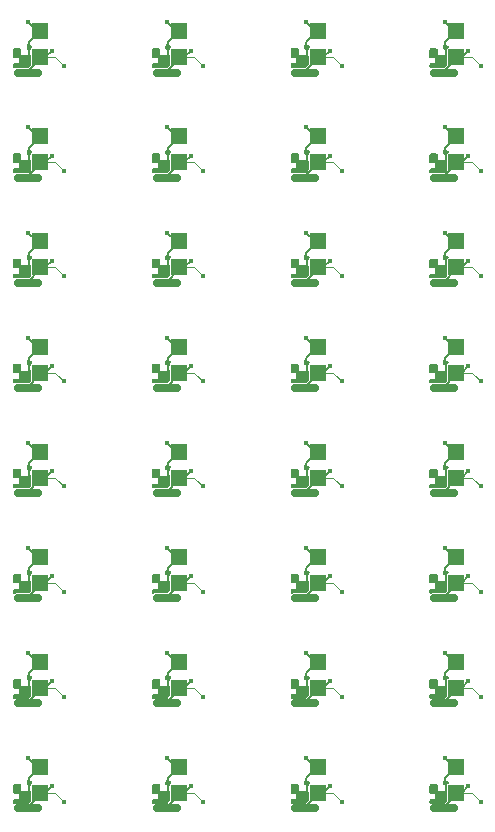
<source format=gbr>
G04 #@! TF.GenerationSoftware,KiCad,Pcbnew,7.0.7-7.0.7~ubuntu22.04.1*
G04 #@! TF.CreationDate,2024-03-29T17:55:08+00:00*
G04 #@! TF.ProjectId,receiver6_rep,72656365-6976-4657-9236-5f7265702e6b,rev?*
G04 #@! TF.SameCoordinates,Original*
G04 #@! TF.FileFunction,Copper,L2,Bot*
G04 #@! TF.FilePolarity,Positive*
%FSLAX46Y46*%
G04 Gerber Fmt 4.6, Leading zero omitted, Abs format (unit mm)*
G04 Created by KiCad (PCBNEW 7.0.7-7.0.7~ubuntu22.04.1) date 2024-03-29 17:55:08*
%MOMM*%
%LPD*%
G01*
G04 APERTURE LIST*
G04 Aperture macros list*
%AMRoundRect*
0 Rectangle with rounded corners*
0 $1 Rounding radius*
0 $2 $3 $4 $5 $6 $7 $8 $9 X,Y pos of 4 corners*
0 Add a 4 corners polygon primitive as box body*
4,1,4,$2,$3,$4,$5,$6,$7,$8,$9,$2,$3,0*
0 Add four circle primitives for the rounded corners*
1,1,$1+$1,$2,$3*
1,1,$1+$1,$4,$5*
1,1,$1+$1,$6,$7*
1,1,$1+$1,$8,$9*
0 Add four rect primitives between the rounded corners*
20,1,$1+$1,$2,$3,$4,$5,0*
20,1,$1+$1,$4,$5,$6,$7,0*
20,1,$1+$1,$6,$7,$8,$9,0*
20,1,$1+$1,$8,$9,$2,$3,0*%
G04 Aperture macros list end*
G04 #@! TA.AperFunction,SMDPad,CuDef*
%ADD10R,1.400000X1.400000*%
G04 #@! TD*
G04 #@! TA.AperFunction,SMDPad,CuDef*
%ADD11RoundRect,0.162500X1.012500X-0.162500X1.012500X0.162500X-1.012500X0.162500X-1.012500X-0.162500X0*%
G04 #@! TD*
G04 #@! TA.AperFunction,ViaPad*
%ADD12C,0.400000*%
G04 #@! TD*
G04 #@! TA.AperFunction,Conductor*
%ADD13C,0.070000*%
G04 #@! TD*
G04 #@! TA.AperFunction,Conductor*
%ADD14C,0.200000*%
G04 #@! TD*
G04 APERTURE END LIST*
D10*
X81500000Y-82700000D03*
X81500000Y-80500000D03*
X58000000Y-109400000D03*
X58000000Y-107200000D03*
D11*
X68700000Y-84000000D03*
X80450000Y-84000000D03*
D10*
X93250000Y-82700000D03*
X93250000Y-80500000D03*
D11*
X92200000Y-110700000D03*
D10*
X69750000Y-91600000D03*
X69750000Y-89400000D03*
X81500000Y-64900000D03*
X81500000Y-62700000D03*
X93250000Y-56000000D03*
X93250000Y-53800000D03*
D11*
X92200000Y-48400000D03*
X92200000Y-57300000D03*
D10*
X93250000Y-109400000D03*
X93250000Y-107200000D03*
X93250000Y-73800000D03*
X93250000Y-71600000D03*
X58000000Y-82700000D03*
X58000000Y-80500000D03*
X81500000Y-73800000D03*
X81500000Y-71600000D03*
D11*
X92200000Y-84000000D03*
X92200000Y-101800000D03*
X56950000Y-110700000D03*
X68700000Y-66200000D03*
X56950000Y-101800000D03*
X80450000Y-66200000D03*
D10*
X93250000Y-100500000D03*
X93250000Y-98300000D03*
D11*
X80450000Y-110700000D03*
D10*
X58000000Y-91600000D03*
X58000000Y-89400000D03*
X69750000Y-82700000D03*
X69750000Y-80500000D03*
X58000000Y-100500000D03*
X58000000Y-98300000D03*
D11*
X68700000Y-75100000D03*
X68700000Y-48400000D03*
X56950000Y-92900000D03*
D10*
X69750000Y-47100000D03*
X69750000Y-44900000D03*
X69750000Y-56000000D03*
X69750000Y-53800000D03*
D11*
X80450000Y-75100000D03*
D10*
X58000000Y-56000000D03*
X58000000Y-53800000D03*
X69750000Y-64900000D03*
X69750000Y-62700000D03*
X81500000Y-109400000D03*
X81500000Y-107200000D03*
X81500000Y-47100000D03*
X81500000Y-44900000D03*
D11*
X92200000Y-75100000D03*
D10*
X58000000Y-47100000D03*
X58000000Y-44900000D03*
D11*
X80450000Y-48400000D03*
X80450000Y-57300000D03*
X80450000Y-92900000D03*
X68700000Y-57300000D03*
X56950000Y-84000000D03*
D10*
X93250000Y-91600000D03*
X93250000Y-89400000D03*
X93250000Y-47100000D03*
X93250000Y-44900000D03*
D11*
X92200000Y-66200000D03*
D10*
X81500000Y-91600000D03*
X81500000Y-89400000D03*
D11*
X80450000Y-101800000D03*
D10*
X69750000Y-109400000D03*
X69750000Y-107200000D03*
D11*
X68700000Y-101800000D03*
D10*
X93250000Y-64900000D03*
X93250000Y-62700000D03*
D11*
X56950000Y-66200000D03*
D10*
X81500000Y-100500000D03*
X81500000Y-98300000D03*
D11*
X56950000Y-75100000D03*
D10*
X69750000Y-73800000D03*
X69750000Y-71600000D03*
D11*
X56950000Y-48400000D03*
D10*
X58000000Y-64900000D03*
X58000000Y-62700000D03*
X81500000Y-56000000D03*
X81500000Y-53800000D03*
D11*
X56950000Y-57300000D03*
D10*
X69750000Y-100500000D03*
X69750000Y-98300000D03*
D11*
X68700000Y-110700000D03*
X92200000Y-92900000D03*
X68700000Y-92900000D03*
D10*
X58000000Y-73800000D03*
X58000000Y-71600000D03*
D12*
X95300000Y-47850000D03*
X70750000Y-46550000D03*
X59000000Y-108850000D03*
X71800000Y-65650000D03*
X70750000Y-99950000D03*
X95300000Y-101250000D03*
X82500000Y-55450000D03*
X59000000Y-55450000D03*
X60050000Y-83450000D03*
X83550000Y-74550000D03*
X70750000Y-64350000D03*
X83550000Y-101250000D03*
X95300000Y-56750000D03*
X71800000Y-47850000D03*
X71800000Y-74550000D03*
X95300000Y-83450000D03*
X95300000Y-74550000D03*
X83550000Y-83450000D03*
X82500000Y-99950000D03*
X60050000Y-47850000D03*
X83550000Y-92350000D03*
X83550000Y-56750000D03*
X95300000Y-92350000D03*
X94250000Y-99950000D03*
X60050000Y-65650000D03*
X59000000Y-46550000D03*
X59000000Y-91050000D03*
X59000000Y-82150000D03*
X82500000Y-73250000D03*
X94250000Y-82150000D03*
X71800000Y-56750000D03*
X95300000Y-110150000D03*
X94250000Y-108850000D03*
X70750000Y-73250000D03*
X59000000Y-64350000D03*
X70750000Y-82150000D03*
X60050000Y-92350000D03*
X71800000Y-83450000D03*
X82500000Y-64350000D03*
X71800000Y-101250000D03*
X82500000Y-108850000D03*
X60050000Y-74550000D03*
X94250000Y-64350000D03*
X83550000Y-110150000D03*
X70750000Y-55450000D03*
X59000000Y-73250000D03*
X82500000Y-91050000D03*
X71800000Y-92350000D03*
X71800000Y-110150000D03*
X83550000Y-65650000D03*
X60050000Y-110150000D03*
X94250000Y-91050000D03*
X94250000Y-55450000D03*
X60050000Y-101250000D03*
X82500000Y-46550000D03*
X94250000Y-73250000D03*
X70750000Y-91050000D03*
X82500000Y-82150000D03*
X95300000Y-65650000D03*
X59000000Y-99950000D03*
X70750000Y-108850000D03*
X60050000Y-56750000D03*
X83550000Y-47850000D03*
X94250000Y-46550000D03*
X80500000Y-44150000D03*
X92250000Y-79750000D03*
X57000000Y-88650000D03*
X68750000Y-79750000D03*
X68750000Y-53050000D03*
X92250000Y-70850000D03*
X92250000Y-61950000D03*
X68750000Y-44150000D03*
X92250000Y-53050000D03*
X68750000Y-70850000D03*
X80500000Y-61950000D03*
X80500000Y-79750000D03*
X68750000Y-88650000D03*
X57000000Y-97550000D03*
X92250000Y-44150000D03*
X80500000Y-53050000D03*
X80500000Y-106450000D03*
X57000000Y-79750000D03*
X80500000Y-97550000D03*
X57000000Y-44150000D03*
X68750000Y-97550000D03*
X57000000Y-106450000D03*
X80500000Y-70850000D03*
X92250000Y-106450000D03*
X68750000Y-106450000D03*
X57000000Y-53050000D03*
X57000000Y-61950000D03*
X57000000Y-70850000D03*
X92250000Y-97550000D03*
X92250000Y-88650000D03*
X80500000Y-88650000D03*
X68750000Y-61950000D03*
D13*
X81500000Y-64900000D02*
X82800000Y-64900000D01*
D14*
X58250000Y-64650000D02*
X58000000Y-64900000D01*
X93250000Y-91600000D02*
X93700000Y-91600000D01*
D13*
X71050000Y-73800000D02*
X71800000Y-74550000D01*
D14*
X58450000Y-109400000D02*
X59000000Y-108850000D01*
D13*
X94550000Y-47100000D02*
X95300000Y-47850000D01*
D14*
X81500000Y-100500000D02*
X81950000Y-100500000D01*
D13*
X58000000Y-91600000D02*
X59300000Y-91600000D01*
X81500000Y-73800000D02*
X82800000Y-73800000D01*
D14*
X69750000Y-91750000D02*
X68700000Y-92800000D01*
X81500000Y-56000000D02*
X81500000Y-56150000D01*
X69750000Y-82700000D02*
X69750000Y-82850000D01*
X70200000Y-82700000D02*
X70750000Y-82150000D01*
X70000000Y-73550000D02*
X69750000Y-73800000D01*
X81950000Y-56000000D02*
X82500000Y-55450000D01*
D13*
X82800000Y-47100000D02*
X83550000Y-47850000D01*
X59300000Y-47100000D02*
X60050000Y-47850000D01*
D14*
X81500000Y-82700000D02*
X81950000Y-82700000D01*
X69750000Y-47250000D02*
X68700000Y-48300000D01*
X93250000Y-47100000D02*
X93700000Y-47100000D01*
X93250000Y-64900000D02*
X93700000Y-64900000D01*
D13*
X82800000Y-73800000D02*
X83550000Y-74550000D01*
X82800000Y-64900000D02*
X83550000Y-65650000D01*
X69750000Y-109400000D02*
X71050000Y-109400000D01*
D14*
X58450000Y-47100000D02*
X59000000Y-46550000D01*
X93700000Y-109400000D02*
X94250000Y-108850000D01*
X69750000Y-64900000D02*
X70200000Y-64900000D01*
X58450000Y-56000000D02*
X59000000Y-55450000D01*
X81950000Y-82700000D02*
X82500000Y-82150000D01*
D13*
X69750000Y-56000000D02*
X71050000Y-56000000D01*
D14*
X81500000Y-56150000D02*
X80450000Y-57200000D01*
D13*
X58000000Y-47100000D02*
X59300000Y-47100000D01*
D14*
X58000000Y-82700000D02*
X58000000Y-82850000D01*
X58250000Y-46850000D02*
X58000000Y-47100000D01*
X69750000Y-91600000D02*
X69750000Y-91750000D01*
X70000000Y-64650000D02*
X69750000Y-64900000D01*
D13*
X93250000Y-56000000D02*
X94550000Y-56000000D01*
X71050000Y-56000000D02*
X71800000Y-56750000D01*
D14*
X81500000Y-56000000D02*
X81950000Y-56000000D01*
X70200000Y-91600000D02*
X70750000Y-91050000D01*
X58000000Y-91600000D02*
X58450000Y-91600000D01*
X58000000Y-56150000D02*
X56950000Y-57200000D01*
X93250000Y-56000000D02*
X93250000Y-56150000D01*
D13*
X81500000Y-56000000D02*
X82800000Y-56000000D01*
X59300000Y-56000000D02*
X60050000Y-56750000D01*
X69750000Y-64900000D02*
X71050000Y-64900000D01*
X93250000Y-100500000D02*
X94550000Y-100500000D01*
X58000000Y-100500000D02*
X59300000Y-100500000D01*
D14*
X69750000Y-109400000D02*
X70200000Y-109400000D01*
X81950000Y-109400000D02*
X82500000Y-108850000D01*
X58000000Y-100500000D02*
X58000000Y-100650000D01*
X69750000Y-73800000D02*
X69750000Y-73950000D01*
X81950000Y-47100000D02*
X82500000Y-46550000D01*
X58450000Y-64900000D02*
X59000000Y-64350000D01*
X93700000Y-100500000D02*
X94250000Y-99950000D01*
X81500000Y-65050000D02*
X80450000Y-66100000D01*
X58250000Y-91350000D02*
X58000000Y-91600000D01*
X81750000Y-46850000D02*
X81500000Y-47100000D01*
D13*
X69750000Y-100500000D02*
X71050000Y-100500000D01*
D14*
X58000000Y-73950000D02*
X56950000Y-75000000D01*
X81500000Y-82850000D02*
X80450000Y-83900000D01*
X93250000Y-56150000D02*
X92200000Y-57200000D01*
X58000000Y-65050000D02*
X56950000Y-66100000D01*
D13*
X58000000Y-82700000D02*
X59300000Y-82700000D01*
D14*
X69750000Y-73950000D02*
X68700000Y-75000000D01*
X93700000Y-56000000D02*
X94250000Y-55450000D01*
X58000000Y-82700000D02*
X58450000Y-82700000D01*
X81950000Y-64900000D02*
X82500000Y-64350000D01*
X58000000Y-64900000D02*
X58000000Y-65050000D01*
X93500000Y-82450000D02*
X93250000Y-82700000D01*
X93250000Y-91750000D02*
X92200000Y-92800000D01*
X81500000Y-73950000D02*
X80450000Y-75000000D01*
D13*
X82800000Y-82700000D02*
X83550000Y-83450000D01*
D14*
X93250000Y-100500000D02*
X93250000Y-100650000D01*
D13*
X71050000Y-64900000D02*
X71800000Y-65650000D01*
D14*
X81750000Y-82450000D02*
X81500000Y-82700000D01*
X58000000Y-100650000D02*
X56950000Y-101700000D01*
X69750000Y-109550000D02*
X68700000Y-110600000D01*
D13*
X94550000Y-100500000D02*
X95300000Y-101250000D01*
D14*
X81500000Y-47100000D02*
X81500000Y-47250000D01*
D13*
X81500000Y-47100000D02*
X82800000Y-47100000D01*
D14*
X81950000Y-91600000D02*
X82500000Y-91050000D01*
X58000000Y-109400000D02*
X58450000Y-109400000D01*
X93500000Y-64650000D02*
X93250000Y-64900000D01*
X93250000Y-109400000D02*
X93700000Y-109400000D01*
D13*
X71050000Y-47100000D02*
X71800000Y-47850000D01*
D14*
X58000000Y-73800000D02*
X58000000Y-73950000D01*
X81500000Y-91600000D02*
X81500000Y-91750000D01*
D13*
X82800000Y-56000000D02*
X83550000Y-56750000D01*
D14*
X69750000Y-65050000D02*
X68700000Y-66100000D01*
D13*
X94550000Y-56000000D02*
X95300000Y-56750000D01*
D14*
X81500000Y-100650000D02*
X80450000Y-101700000D01*
X81500000Y-64900000D02*
X81950000Y-64900000D01*
D13*
X69750000Y-91600000D02*
X71050000Y-91600000D01*
D14*
X81500000Y-64900000D02*
X81500000Y-65050000D01*
X81500000Y-91600000D02*
X81950000Y-91600000D01*
X58000000Y-47100000D02*
X58450000Y-47100000D01*
X69750000Y-47100000D02*
X69750000Y-47250000D01*
X69750000Y-56150000D02*
X68700000Y-57200000D01*
X58000000Y-82850000D02*
X56950000Y-83900000D01*
X81750000Y-100250000D02*
X81500000Y-100500000D01*
X69750000Y-56000000D02*
X69750000Y-56150000D01*
X93250000Y-82700000D02*
X93250000Y-82850000D01*
X58000000Y-91600000D02*
X58000000Y-91750000D01*
D13*
X59300000Y-91600000D02*
X60050000Y-92350000D01*
D14*
X69750000Y-82850000D02*
X68700000Y-83900000D01*
X58000000Y-91750000D02*
X56950000Y-92800000D01*
X69750000Y-100500000D02*
X70200000Y-100500000D01*
D13*
X94550000Y-109400000D02*
X95300000Y-110150000D01*
D14*
X81500000Y-73800000D02*
X81500000Y-73950000D01*
X58250000Y-73550000D02*
X58000000Y-73800000D01*
X93700000Y-64900000D02*
X94250000Y-64350000D01*
X93250000Y-47100000D02*
X93250000Y-47250000D01*
X58000000Y-64900000D02*
X58450000Y-64900000D01*
X69750000Y-64900000D02*
X69750000Y-65050000D01*
X58250000Y-109150000D02*
X58000000Y-109400000D01*
X93250000Y-73950000D02*
X92200000Y-75000000D01*
X81950000Y-100500000D02*
X82500000Y-99950000D01*
X81500000Y-109400000D02*
X81500000Y-109550000D01*
X81500000Y-109550000D02*
X80450000Y-110600000D01*
X81500000Y-100500000D02*
X81500000Y-100650000D01*
X70000000Y-55750000D02*
X69750000Y-56000000D01*
D13*
X93250000Y-109400000D02*
X94550000Y-109400000D01*
D14*
X70200000Y-109400000D02*
X70750000Y-108850000D01*
X69750000Y-91600000D02*
X70200000Y-91600000D01*
X69750000Y-100650000D02*
X68700000Y-101700000D01*
X70200000Y-100500000D02*
X70750000Y-99950000D01*
X93500000Y-100250000D02*
X93250000Y-100500000D01*
X58450000Y-82700000D02*
X59000000Y-82150000D01*
D13*
X69750000Y-82700000D02*
X71050000Y-82700000D01*
X69750000Y-47100000D02*
X71050000Y-47100000D01*
D14*
X58000000Y-56000000D02*
X58000000Y-56150000D01*
X93700000Y-91600000D02*
X94250000Y-91050000D01*
X93250000Y-100650000D02*
X92200000Y-101700000D01*
X58000000Y-109550000D02*
X56950000Y-110600000D01*
X81500000Y-91750000D02*
X80450000Y-92800000D01*
X93250000Y-73800000D02*
X93700000Y-73800000D01*
X58250000Y-100250000D02*
X58000000Y-100500000D01*
X93250000Y-64900000D02*
X93250000Y-65050000D01*
X81500000Y-47250000D02*
X80450000Y-48300000D01*
X70000000Y-82450000D02*
X69750000Y-82700000D01*
D13*
X59300000Y-73800000D02*
X60050000Y-74550000D01*
D14*
X69750000Y-47100000D02*
X70200000Y-47100000D01*
X58450000Y-100500000D02*
X59000000Y-99950000D01*
X58450000Y-73800000D02*
X59000000Y-73250000D01*
D13*
X93250000Y-47100000D02*
X94550000Y-47100000D01*
D14*
X70000000Y-91350000D02*
X69750000Y-91600000D01*
D13*
X58000000Y-64900000D02*
X59300000Y-64900000D01*
D14*
X69750000Y-56000000D02*
X70200000Y-56000000D01*
X93250000Y-47250000D02*
X92200000Y-48300000D01*
D13*
X69750000Y-73800000D02*
X71050000Y-73800000D01*
X93250000Y-64900000D02*
X94550000Y-64900000D01*
D14*
X81500000Y-82700000D02*
X81500000Y-82850000D01*
X58000000Y-109400000D02*
X58000000Y-109550000D01*
D13*
X58000000Y-109400000D02*
X59300000Y-109400000D01*
D14*
X70200000Y-73800000D02*
X70750000Y-73250000D01*
D13*
X81500000Y-109400000D02*
X82800000Y-109400000D01*
X71050000Y-109400000D02*
X71800000Y-110150000D01*
X93250000Y-73800000D02*
X94550000Y-73800000D01*
X58000000Y-56000000D02*
X59300000Y-56000000D01*
D14*
X70200000Y-56000000D02*
X70750000Y-55450000D01*
X93250000Y-82850000D02*
X92200000Y-83900000D01*
X81950000Y-73800000D02*
X82500000Y-73250000D01*
X93250000Y-100500000D02*
X93700000Y-100500000D01*
X70000000Y-46850000D02*
X69750000Y-47100000D01*
D13*
X58000000Y-73800000D02*
X59300000Y-73800000D01*
X59300000Y-100500000D02*
X60050000Y-101250000D01*
X82800000Y-91600000D02*
X83550000Y-92350000D01*
D14*
X93250000Y-109400000D02*
X93250000Y-109550000D01*
X58000000Y-100500000D02*
X58450000Y-100500000D01*
D13*
X94550000Y-82700000D02*
X95300000Y-83450000D01*
D14*
X93700000Y-73800000D02*
X94250000Y-73250000D01*
D13*
X71050000Y-91600000D02*
X71800000Y-92350000D01*
D14*
X93250000Y-82700000D02*
X93700000Y-82700000D01*
X58000000Y-47100000D02*
X58000000Y-47250000D01*
X69750000Y-109400000D02*
X69750000Y-109550000D01*
X58250000Y-55750000D02*
X58000000Y-56000000D01*
X93250000Y-65050000D02*
X92200000Y-66100000D01*
D13*
X81500000Y-91600000D02*
X82800000Y-91600000D01*
D14*
X93500000Y-55750000D02*
X93250000Y-56000000D01*
D13*
X59300000Y-82700000D02*
X60050000Y-83450000D01*
D14*
X93700000Y-47100000D02*
X94250000Y-46550000D01*
X93500000Y-46850000D02*
X93250000Y-47100000D01*
X81750000Y-64650000D02*
X81500000Y-64900000D01*
D13*
X81500000Y-82700000D02*
X82800000Y-82700000D01*
D14*
X58000000Y-47250000D02*
X56950000Y-48300000D01*
D13*
X81500000Y-100500000D02*
X82800000Y-100500000D01*
X93250000Y-82700000D02*
X94550000Y-82700000D01*
D14*
X93250000Y-109550000D02*
X92200000Y-110600000D01*
X81500000Y-73800000D02*
X81950000Y-73800000D01*
X70000000Y-100250000D02*
X69750000Y-100500000D01*
D13*
X94550000Y-91600000D02*
X95300000Y-92350000D01*
X71050000Y-82700000D02*
X71800000Y-83450000D01*
D14*
X58000000Y-56000000D02*
X58450000Y-56000000D01*
D13*
X82800000Y-100500000D02*
X83550000Y-101250000D01*
D14*
X81750000Y-55750000D02*
X81500000Y-56000000D01*
X93250000Y-73800000D02*
X93250000Y-73950000D01*
X58250000Y-82450000D02*
X58000000Y-82700000D01*
D13*
X71050000Y-100500000D02*
X71800000Y-101250000D01*
D14*
X70000000Y-109150000D02*
X69750000Y-109400000D01*
X69750000Y-82700000D02*
X70200000Y-82700000D01*
X93250000Y-91600000D02*
X93250000Y-91750000D01*
X70200000Y-64900000D02*
X70750000Y-64350000D01*
X93500000Y-73550000D02*
X93250000Y-73800000D01*
X81500000Y-109400000D02*
X81950000Y-109400000D01*
D13*
X82800000Y-109400000D02*
X83550000Y-110150000D01*
D14*
X81750000Y-91350000D02*
X81500000Y-91600000D01*
D13*
X94550000Y-73800000D02*
X95300000Y-74550000D01*
D14*
X93500000Y-91350000D02*
X93250000Y-91600000D01*
X93250000Y-56000000D02*
X93700000Y-56000000D01*
X58000000Y-73800000D02*
X58450000Y-73800000D01*
X81500000Y-47100000D02*
X81950000Y-47100000D01*
D13*
X59300000Y-109400000D02*
X60050000Y-110150000D01*
D14*
X93700000Y-82700000D02*
X94250000Y-82150000D01*
D13*
X94550000Y-64900000D02*
X95300000Y-65650000D01*
D14*
X81750000Y-73550000D02*
X81500000Y-73800000D01*
X69750000Y-73800000D02*
X70200000Y-73800000D01*
D13*
X59300000Y-64900000D02*
X60050000Y-65650000D01*
D14*
X58450000Y-91600000D02*
X59000000Y-91050000D01*
X70200000Y-47100000D02*
X70750000Y-46550000D01*
X93500000Y-109150000D02*
X93250000Y-109400000D01*
X81750000Y-109150000D02*
X81500000Y-109400000D01*
X69750000Y-100500000D02*
X69750000Y-100650000D01*
D13*
X93250000Y-91600000D02*
X94550000Y-91600000D01*
D14*
X57050000Y-99250000D02*
X57050000Y-99650000D01*
X92300000Y-81850000D02*
X92340000Y-81890000D01*
X81850000Y-71650000D02*
X81500000Y-71650000D01*
X81250000Y-98300000D02*
X81500000Y-98300000D01*
X68840000Y-64910000D02*
X68350000Y-65400000D01*
X81850000Y-53850000D02*
X81500000Y-53850000D01*
X68840000Y-56010000D02*
X68350000Y-56500000D01*
X93600000Y-107250000D02*
X93250000Y-107250000D01*
X68800000Y-108550000D02*
X68840000Y-108590000D01*
X81500000Y-107200000D02*
X80550000Y-108150000D01*
X81500000Y-98300000D02*
X80550000Y-99250000D01*
X92340000Y-82710000D02*
X91850000Y-83200000D01*
X57050000Y-72550000D02*
X57050000Y-72950000D01*
X80590000Y-47110000D02*
X80100000Y-47600000D01*
X57750000Y-98300000D02*
X58000000Y-98300000D01*
X93600000Y-89450000D02*
X93250000Y-89450000D01*
X57000000Y-70850000D02*
X57750000Y-71600000D01*
X80590000Y-109410000D02*
X80100000Y-109900000D01*
X68840000Y-47110000D02*
X68350000Y-47600000D01*
X57090000Y-46290000D02*
X57090000Y-47110000D01*
X80590000Y-82710000D02*
X80100000Y-83200000D01*
X81250000Y-107200000D02*
X81500000Y-107200000D01*
X93000000Y-107200000D02*
X93250000Y-107200000D01*
X57050000Y-90750000D02*
X57090000Y-90790000D01*
X81850000Y-44950000D02*
X81500000Y-44950000D01*
X57050000Y-90350000D02*
X57050000Y-90750000D01*
X69750000Y-71600000D02*
X68800000Y-72550000D01*
X80590000Y-91610000D02*
X80100000Y-92100000D01*
X80590000Y-100510000D02*
X80100000Y-101000000D01*
X80550000Y-64050000D02*
X80590000Y-64090000D01*
X58000000Y-98300000D02*
X57050000Y-99250000D01*
X57050000Y-108150000D02*
X57050000Y-108550000D01*
X80550000Y-55150000D02*
X80590000Y-55190000D01*
X57090000Y-108590000D02*
X57090000Y-109410000D01*
X68800000Y-99650000D02*
X68840000Y-99690000D01*
X57090000Y-47110000D02*
X56600000Y-47600000D01*
X68840000Y-81890000D02*
X68840000Y-82710000D01*
X57750000Y-80500000D02*
X58000000Y-80500000D01*
X68840000Y-82710000D02*
X68350000Y-83200000D01*
X69500000Y-62700000D02*
X69750000Y-62700000D01*
X80500000Y-79750000D02*
X81250000Y-80500000D01*
X80550000Y-45850000D02*
X80550000Y-46250000D01*
X57000000Y-97550000D02*
X57750000Y-98300000D01*
X93000000Y-62700000D02*
X93250000Y-62700000D01*
X68840000Y-90790000D02*
X68840000Y-91610000D01*
X68800000Y-63650000D02*
X68800000Y-64050000D01*
X57000000Y-53050000D02*
X57750000Y-53800000D01*
X68840000Y-109410000D02*
X68350000Y-109900000D01*
X68750000Y-79750000D02*
X69500000Y-80500000D01*
X92340000Y-109410000D02*
X91850000Y-109900000D01*
X81500000Y-71600000D02*
X80550000Y-72550000D01*
X80500000Y-106450000D02*
X81250000Y-107200000D01*
X69500000Y-80500000D02*
X69750000Y-80500000D01*
X68800000Y-72550000D02*
X68800000Y-72950000D01*
X92300000Y-81450000D02*
X92300000Y-81850000D01*
X93250000Y-89400000D02*
X92300000Y-90350000D01*
X80550000Y-90350000D02*
X80550000Y-90750000D01*
X92340000Y-46290000D02*
X92340000Y-47110000D01*
X57050000Y-81450000D02*
X57050000Y-81850000D01*
X81500000Y-80500000D02*
X80550000Y-81450000D01*
X80550000Y-46250000D02*
X80590000Y-46290000D01*
X92300000Y-108150000D02*
X92300000Y-108550000D01*
X68840000Y-100510000D02*
X68350000Y-101000000D01*
X68800000Y-90350000D02*
X68800000Y-90750000D01*
X93000000Y-80500000D02*
X93250000Y-80500000D01*
X58350000Y-98350000D02*
X58000000Y-98350000D01*
X80590000Y-108590000D02*
X80590000Y-109410000D01*
X81500000Y-44900000D02*
X80550000Y-45850000D01*
X80550000Y-108150000D02*
X80550000Y-108550000D01*
X57750000Y-71600000D02*
X58000000Y-71600000D01*
X92300000Y-55150000D02*
X92340000Y-55190000D01*
X68800000Y-45850000D02*
X68800000Y-46250000D01*
X80550000Y-72950000D02*
X80590000Y-72990000D01*
X68750000Y-70850000D02*
X69500000Y-71600000D01*
X57000000Y-88650000D02*
X57750000Y-89400000D01*
X58350000Y-89450000D02*
X58000000Y-89450000D01*
X68840000Y-46290000D02*
X68840000Y-47110000D01*
X92300000Y-54750000D02*
X92300000Y-55150000D01*
X81850000Y-107250000D02*
X81500000Y-107250000D01*
X57750000Y-53800000D02*
X58000000Y-53800000D01*
X68750000Y-88650000D02*
X69500000Y-89400000D01*
X80590000Y-72990000D02*
X80590000Y-73810000D01*
X58000000Y-89400000D02*
X57050000Y-90350000D01*
X70100000Y-71650000D02*
X69750000Y-71650000D01*
X92250000Y-61950000D02*
X93000000Y-62700000D01*
X80590000Y-46290000D02*
X80590000Y-47110000D01*
X69500000Y-44900000D02*
X69750000Y-44900000D01*
X93250000Y-80500000D02*
X92300000Y-81450000D01*
X69500000Y-71600000D02*
X69750000Y-71600000D01*
X93000000Y-98300000D02*
X93250000Y-98300000D01*
X92300000Y-108550000D02*
X92340000Y-108590000D01*
X80590000Y-55190000D02*
X80590000Y-56010000D01*
X57750000Y-44900000D02*
X58000000Y-44900000D01*
X68800000Y-46250000D02*
X68840000Y-46290000D01*
X80590000Y-64090000D02*
X80590000Y-64910000D01*
X92300000Y-72950000D02*
X92340000Y-72990000D01*
X80550000Y-81850000D02*
X80590000Y-81890000D01*
X80590000Y-90790000D02*
X80590000Y-91610000D01*
X93000000Y-44900000D02*
X93250000Y-44900000D01*
X81250000Y-62700000D02*
X81500000Y-62700000D01*
X57050000Y-108550000D02*
X57090000Y-108590000D01*
X70100000Y-53850000D02*
X69750000Y-53850000D01*
X68800000Y-64050000D02*
X68840000Y-64090000D01*
X92250000Y-88650000D02*
X93000000Y-89400000D01*
X92250000Y-53050000D02*
X93000000Y-53800000D01*
X68840000Y-72990000D02*
X68840000Y-73810000D01*
X80500000Y-61950000D02*
X81250000Y-62700000D01*
X92250000Y-97550000D02*
X93000000Y-98300000D01*
X93250000Y-98300000D02*
X92300000Y-99250000D01*
X92340000Y-64910000D02*
X91850000Y-65400000D01*
X80500000Y-70850000D02*
X81250000Y-71600000D01*
X92300000Y-63650000D02*
X92300000Y-64050000D01*
X57090000Y-109410000D02*
X56600000Y-109900000D01*
X93250000Y-107200000D02*
X92300000Y-108150000D01*
X92340000Y-56010000D02*
X91850000Y-56500000D01*
X57000000Y-106450000D02*
X57750000Y-107200000D01*
X68800000Y-81450000D02*
X68800000Y-81850000D01*
X80550000Y-72550000D02*
X80550000Y-72950000D01*
X58000000Y-44900000D02*
X57050000Y-45850000D01*
X81850000Y-98350000D02*
X81500000Y-98350000D01*
X69750000Y-80500000D02*
X68800000Y-81450000D01*
X58000000Y-62700000D02*
X57050000Y-63650000D01*
X70100000Y-80550000D02*
X69750000Y-80550000D01*
X92300000Y-46250000D02*
X92340000Y-46290000D01*
X81250000Y-89400000D02*
X81500000Y-89400000D01*
X69500000Y-98300000D02*
X69750000Y-98300000D01*
X57050000Y-54750000D02*
X57050000Y-55150000D01*
X92340000Y-81890000D02*
X92340000Y-82710000D01*
X92340000Y-108590000D02*
X92340000Y-109410000D01*
X80500000Y-97550000D02*
X81250000Y-98300000D01*
X93600000Y-98350000D02*
X93250000Y-98350000D01*
X93600000Y-44950000D02*
X93250000Y-44950000D01*
X69750000Y-98300000D02*
X68800000Y-99250000D01*
X57090000Y-99690000D02*
X57090000Y-100510000D01*
X92300000Y-90750000D02*
X92340000Y-90790000D01*
X68840000Y-91610000D02*
X68350000Y-92100000D01*
X57090000Y-55190000D02*
X57090000Y-56010000D01*
X80590000Y-81890000D02*
X80590000Y-82710000D01*
X81850000Y-89450000D02*
X81500000Y-89450000D01*
X80550000Y-108550000D02*
X80590000Y-108590000D01*
X92300000Y-90350000D02*
X92300000Y-90750000D01*
X92250000Y-70850000D02*
X93000000Y-71600000D01*
X93250000Y-44900000D02*
X92300000Y-45850000D01*
X57050000Y-55150000D02*
X57090000Y-55190000D01*
X93000000Y-71600000D02*
X93250000Y-71600000D01*
X68750000Y-61950000D02*
X69500000Y-62700000D01*
X69750000Y-44900000D02*
X68800000Y-45850000D01*
X57750000Y-89400000D02*
X58000000Y-89400000D01*
X92250000Y-44150000D02*
X93000000Y-44900000D01*
X68750000Y-44150000D02*
X69500000Y-44900000D01*
X69500000Y-89400000D02*
X69750000Y-89400000D01*
X57090000Y-81890000D02*
X57090000Y-82710000D01*
X80590000Y-64910000D02*
X80100000Y-65400000D01*
X93250000Y-62700000D02*
X92300000Y-63650000D01*
X57000000Y-44150000D02*
X57750000Y-44900000D01*
X93600000Y-53850000D02*
X93250000Y-53850000D01*
X68800000Y-55150000D02*
X68840000Y-55190000D01*
X58350000Y-62750000D02*
X58000000Y-62750000D01*
X58000000Y-80500000D02*
X57050000Y-81450000D01*
X81250000Y-44900000D02*
X81500000Y-44900000D01*
X57090000Y-64090000D02*
X57090000Y-64910000D01*
X80550000Y-90750000D02*
X80590000Y-90790000D01*
X92300000Y-72550000D02*
X92300000Y-72950000D01*
X81250000Y-53800000D02*
X81500000Y-53800000D01*
X92300000Y-45850000D02*
X92300000Y-46250000D01*
X92300000Y-99650000D02*
X92340000Y-99690000D01*
X92300000Y-99250000D02*
X92300000Y-99650000D01*
X70100000Y-107250000D02*
X69750000Y-107250000D01*
X57090000Y-72990000D02*
X57090000Y-73810000D01*
X57050000Y-64050000D02*
X57090000Y-64090000D01*
X69750000Y-89400000D02*
X68800000Y-90350000D01*
X57050000Y-81850000D02*
X57090000Y-81890000D01*
X92340000Y-99690000D02*
X92340000Y-100510000D01*
X57050000Y-46250000D02*
X57090000Y-46290000D01*
X80590000Y-73810000D02*
X80100000Y-74300000D01*
X58350000Y-44950000D02*
X58000000Y-44950000D01*
X92340000Y-64090000D02*
X92340000Y-64910000D01*
X69750000Y-107200000D02*
X68800000Y-108150000D01*
X92340000Y-47110000D02*
X91850000Y-47600000D01*
X57090000Y-82710000D02*
X56600000Y-83200000D01*
X58000000Y-53800000D02*
X57050000Y-54750000D01*
X58350000Y-53850000D02*
X58000000Y-53850000D01*
X80590000Y-99690000D02*
X80590000Y-100510000D01*
X58350000Y-80550000D02*
X58000000Y-80550000D01*
X92340000Y-55190000D02*
X92340000Y-56010000D01*
X92340000Y-100510000D02*
X91850000Y-101000000D01*
X58350000Y-107250000D02*
X58000000Y-107250000D01*
X81250000Y-80500000D02*
X81500000Y-80500000D01*
X57090000Y-90790000D02*
X57090000Y-91610000D01*
X57050000Y-99650000D02*
X57090000Y-99690000D01*
X92340000Y-90790000D02*
X92340000Y-91610000D01*
X92340000Y-73810000D02*
X91850000Y-74300000D01*
X80550000Y-63650000D02*
X80550000Y-64050000D01*
X68800000Y-99250000D02*
X68800000Y-99650000D01*
X68800000Y-90750000D02*
X68840000Y-90790000D01*
X70100000Y-98350000D02*
X69750000Y-98350000D01*
X80550000Y-99250000D02*
X80550000Y-99650000D01*
X68840000Y-55190000D02*
X68840000Y-56010000D01*
X57090000Y-64910000D02*
X56600000Y-65400000D01*
X80500000Y-88650000D02*
X81250000Y-89400000D01*
X57750000Y-62700000D02*
X58000000Y-62700000D01*
X80590000Y-56010000D02*
X80100000Y-56500000D01*
X93600000Y-62750000D02*
X93250000Y-62750000D01*
X81500000Y-89400000D02*
X80550000Y-90350000D01*
X93600000Y-71650000D02*
X93250000Y-71650000D01*
X69750000Y-62700000D02*
X68800000Y-63650000D01*
X81500000Y-62700000D02*
X80550000Y-63650000D01*
X68840000Y-108590000D02*
X68840000Y-109410000D01*
X68800000Y-54750000D02*
X68800000Y-55150000D01*
X57050000Y-45850000D02*
X57050000Y-46250000D01*
X92300000Y-64050000D02*
X92340000Y-64090000D01*
X93000000Y-53800000D02*
X93250000Y-53800000D01*
X81850000Y-80550000D02*
X81500000Y-80550000D01*
X57090000Y-56010000D02*
X56600000Y-56500000D01*
X69750000Y-53800000D02*
X68800000Y-54750000D01*
X69500000Y-107200000D02*
X69750000Y-107200000D01*
X68840000Y-64090000D02*
X68840000Y-64910000D01*
X68840000Y-99690000D02*
X68840000Y-100510000D01*
X80550000Y-81450000D02*
X80550000Y-81850000D01*
X58350000Y-71650000D02*
X58000000Y-71650000D01*
X69500000Y-53800000D02*
X69750000Y-53800000D01*
X70100000Y-89450000D02*
X69750000Y-89450000D01*
X68750000Y-53050000D02*
X69500000Y-53800000D01*
X68800000Y-81850000D02*
X68840000Y-81890000D01*
X57090000Y-100510000D02*
X56600000Y-101000000D01*
X57750000Y-107200000D02*
X58000000Y-107200000D01*
X68750000Y-97550000D02*
X69500000Y-98300000D01*
X92250000Y-79750000D02*
X93000000Y-80500000D01*
X57000000Y-79750000D02*
X57750000Y-80500000D01*
X81250000Y-71600000D02*
X81500000Y-71600000D01*
X58000000Y-71600000D02*
X57050000Y-72550000D01*
X92340000Y-72990000D02*
X92340000Y-73810000D01*
X57090000Y-73810000D02*
X56600000Y-74300000D01*
X92250000Y-106450000D02*
X93000000Y-107200000D01*
X93600000Y-80550000D02*
X93250000Y-80550000D01*
X80500000Y-44150000D02*
X81250000Y-44900000D01*
X68800000Y-108150000D02*
X68800000Y-108550000D01*
X57050000Y-72950000D02*
X57090000Y-72990000D01*
X93250000Y-71600000D02*
X92300000Y-72550000D01*
X68840000Y-73810000D02*
X68350000Y-74300000D01*
X68750000Y-106450000D02*
X69500000Y-107200000D01*
X70100000Y-44950000D02*
X69750000Y-44950000D01*
X80550000Y-99650000D02*
X80590000Y-99690000D01*
X81500000Y-53800000D02*
X80550000Y-54750000D01*
X80500000Y-53050000D02*
X81250000Y-53800000D01*
X68800000Y-72950000D02*
X68840000Y-72990000D01*
X92340000Y-91610000D02*
X91850000Y-92100000D01*
X58000000Y-107200000D02*
X57050000Y-108150000D01*
X70100000Y-62750000D02*
X69750000Y-62750000D01*
X57050000Y-63650000D02*
X57050000Y-64050000D01*
X57090000Y-91610000D02*
X56600000Y-92100000D01*
X93250000Y-53800000D02*
X92300000Y-54750000D01*
X81850000Y-62750000D02*
X81500000Y-62750000D01*
X93000000Y-89400000D02*
X93250000Y-89400000D01*
X80550000Y-54750000D02*
X80550000Y-55150000D01*
X57000000Y-61950000D02*
X57750000Y-62700000D01*
G04 #@! TA.AperFunction,Conductor*
G36*
X56363039Y-99769685D02*
G01*
X56408794Y-99822489D01*
X56420000Y-99874000D01*
X56420000Y-100330000D01*
X56990000Y-100330000D01*
X57017819Y-100302181D01*
X57079142Y-100268696D01*
X57148834Y-100273680D01*
X57204767Y-100315552D01*
X57229184Y-100381016D01*
X57229500Y-100389862D01*
X57229500Y-101128013D01*
X57209815Y-101195052D01*
X57193181Y-101215694D01*
X57040694Y-101368181D01*
X56979371Y-101401666D01*
X56953013Y-101404500D01*
X55914552Y-101404500D01*
X55914551Y-101404501D01*
X55848188Y-101417700D01*
X55778597Y-101411471D01*
X55723421Y-101368606D01*
X55700178Y-101302716D01*
X55700000Y-101296082D01*
X55700000Y-101144000D01*
X55719685Y-101076961D01*
X55772489Y-101031206D01*
X55824000Y-101020000D01*
X56190000Y-101020000D01*
X56190000Y-100560000D01*
X55824000Y-100560000D01*
X55756961Y-100540315D01*
X55711206Y-100487511D01*
X55700000Y-100436000D01*
X55700000Y-99874000D01*
X55719685Y-99806961D01*
X55772489Y-99761206D01*
X55824000Y-99750000D01*
X56296000Y-99750000D01*
X56363039Y-99769685D01*
G37*
G04 #@! TD.AperFunction*
G04 #@! TA.AperFunction,Conductor*
G36*
X57048312Y-99436167D02*
G01*
X57057910Y-99443352D01*
X57057913Y-99443354D01*
X57192620Y-99493596D01*
X57192627Y-99493598D01*
X57232989Y-99497938D01*
X57297541Y-99524676D01*
X57337389Y-99582068D01*
X57339882Y-99651893D01*
X57304229Y-99711982D01*
X57282200Y-99726140D01*
X57282646Y-99726807D01*
X57272492Y-99733590D01*
X57272492Y-99733591D01*
X57249171Y-99749172D01*
X57249172Y-99749172D01*
X57233591Y-99772491D01*
X57233589Y-99772496D01*
X57229500Y-99793055D01*
X57229500Y-99800137D01*
X57209815Y-99867176D01*
X57157011Y-99912931D01*
X57087853Y-99922875D01*
X57024297Y-99893850D01*
X57017819Y-99887819D01*
X56990000Y-99860000D01*
X56974000Y-99860000D01*
X56906961Y-99840315D01*
X56861206Y-99787511D01*
X56850000Y-99736000D01*
X56850000Y-99535433D01*
X56869685Y-99468394D01*
X56922489Y-99422639D01*
X56991647Y-99412695D01*
X57048312Y-99436167D01*
G37*
G04 #@! TD.AperFunction*
G04 #@! TA.AperFunction,Conductor*
G36*
X79863039Y-55269685D02*
G01*
X79908794Y-55322489D01*
X79920000Y-55374000D01*
X79920000Y-55830000D01*
X80490000Y-55830000D01*
X80517819Y-55802181D01*
X80579142Y-55768696D01*
X80648834Y-55773680D01*
X80704767Y-55815552D01*
X80729184Y-55881016D01*
X80729500Y-55889862D01*
X80729500Y-56628013D01*
X80709815Y-56695052D01*
X80693185Y-56715689D01*
X80612793Y-56796082D01*
X80540693Y-56868182D01*
X80479370Y-56901666D01*
X80453012Y-56904500D01*
X79414552Y-56904500D01*
X79414551Y-56904501D01*
X79348188Y-56917700D01*
X79278597Y-56911471D01*
X79223421Y-56868606D01*
X79200178Y-56802716D01*
X79200000Y-56796082D01*
X79200000Y-56644000D01*
X79219685Y-56576961D01*
X79272489Y-56531206D01*
X79324000Y-56520000D01*
X79690000Y-56520000D01*
X79690000Y-56060000D01*
X79324000Y-56060000D01*
X79256961Y-56040315D01*
X79211206Y-55987511D01*
X79200000Y-55936000D01*
X79200000Y-55374000D01*
X79219685Y-55306961D01*
X79272489Y-55261206D01*
X79324000Y-55250000D01*
X79796000Y-55250000D01*
X79863039Y-55269685D01*
G37*
G04 #@! TD.AperFunction*
G04 #@! TA.AperFunction,Conductor*
G36*
X80548312Y-54936167D02*
G01*
X80557910Y-54943352D01*
X80557913Y-54943354D01*
X80692620Y-54993596D01*
X80692627Y-54993598D01*
X80732989Y-54997938D01*
X80797541Y-55024676D01*
X80837389Y-55082068D01*
X80839882Y-55151893D01*
X80804229Y-55211982D01*
X80782200Y-55226140D01*
X80782646Y-55226807D01*
X80772492Y-55233590D01*
X80772492Y-55233591D01*
X80749171Y-55249172D01*
X80749172Y-55249172D01*
X80733591Y-55272491D01*
X80733589Y-55272496D01*
X80729500Y-55293055D01*
X80729500Y-55300138D01*
X80709815Y-55367177D01*
X80657011Y-55412932D01*
X80587853Y-55422876D01*
X80524297Y-55393851D01*
X80517819Y-55387819D01*
X80490000Y-55360000D01*
X80474000Y-55360000D01*
X80406961Y-55340315D01*
X80361206Y-55287511D01*
X80350000Y-55236000D01*
X80350000Y-55035433D01*
X80369685Y-54968394D01*
X80422489Y-54922639D01*
X80491647Y-54912695D01*
X80548312Y-54936167D01*
G37*
G04 #@! TD.AperFunction*
G04 #@! TA.AperFunction,Conductor*
G36*
X56363039Y-90869685D02*
G01*
X56408794Y-90922489D01*
X56420000Y-90974000D01*
X56420000Y-91430000D01*
X56990000Y-91430000D01*
X57017819Y-91402181D01*
X57079142Y-91368696D01*
X57148834Y-91373680D01*
X57204767Y-91415552D01*
X57229184Y-91481016D01*
X57229500Y-91489862D01*
X57229500Y-92228013D01*
X57209815Y-92295052D01*
X57193181Y-92315694D01*
X57040694Y-92468181D01*
X56979371Y-92501666D01*
X56953013Y-92504500D01*
X55914552Y-92504500D01*
X55914551Y-92504501D01*
X55848188Y-92517700D01*
X55778597Y-92511471D01*
X55723421Y-92468606D01*
X55700178Y-92402716D01*
X55700000Y-92396082D01*
X55700000Y-92244000D01*
X55719685Y-92176961D01*
X55772489Y-92131206D01*
X55824000Y-92120000D01*
X56190000Y-92120000D01*
X56190000Y-91660000D01*
X55824000Y-91660000D01*
X55756961Y-91640315D01*
X55711206Y-91587511D01*
X55700000Y-91536000D01*
X55700000Y-90974000D01*
X55719685Y-90906961D01*
X55772489Y-90861206D01*
X55824000Y-90850000D01*
X56296000Y-90850000D01*
X56363039Y-90869685D01*
G37*
G04 #@! TD.AperFunction*
G04 #@! TA.AperFunction,Conductor*
G36*
X57048312Y-90536167D02*
G01*
X57057910Y-90543352D01*
X57057913Y-90543354D01*
X57192620Y-90593596D01*
X57192627Y-90593598D01*
X57232989Y-90597938D01*
X57297541Y-90624676D01*
X57337389Y-90682068D01*
X57339882Y-90751893D01*
X57304229Y-90811982D01*
X57282200Y-90826140D01*
X57282646Y-90826807D01*
X57272492Y-90833590D01*
X57272492Y-90833591D01*
X57249171Y-90849172D01*
X57249172Y-90849172D01*
X57233591Y-90872491D01*
X57233589Y-90872496D01*
X57229500Y-90893055D01*
X57229500Y-90900138D01*
X57209815Y-90967177D01*
X57157011Y-91012932D01*
X57087853Y-91022876D01*
X57024297Y-90993851D01*
X57017819Y-90987819D01*
X56990000Y-90960000D01*
X56974000Y-90960000D01*
X56906961Y-90940315D01*
X56861206Y-90887511D01*
X56850000Y-90836000D01*
X56850000Y-90635433D01*
X56869685Y-90568394D01*
X56922489Y-90522639D01*
X56991647Y-90512695D01*
X57048312Y-90536167D01*
G37*
G04 #@! TD.AperFunction*
G04 #@! TA.AperFunction,Conductor*
G36*
X56363039Y-108669685D02*
G01*
X56408794Y-108722489D01*
X56420000Y-108774000D01*
X56420000Y-109230000D01*
X56990000Y-109230000D01*
X57017819Y-109202181D01*
X57079142Y-109168696D01*
X57148834Y-109173680D01*
X57204767Y-109215552D01*
X57229184Y-109281016D01*
X57229500Y-109289862D01*
X57229500Y-110028012D01*
X57209815Y-110095051D01*
X57193181Y-110115693D01*
X57040693Y-110268181D01*
X56979370Y-110301666D01*
X56953012Y-110304500D01*
X55914552Y-110304500D01*
X55914551Y-110304501D01*
X55848188Y-110317700D01*
X55778597Y-110311471D01*
X55723421Y-110268606D01*
X55700178Y-110202716D01*
X55700000Y-110196082D01*
X55700000Y-110044000D01*
X55719685Y-109976961D01*
X55772489Y-109931206D01*
X55824000Y-109920000D01*
X56190000Y-109920000D01*
X56190000Y-109460000D01*
X55824000Y-109460000D01*
X55756961Y-109440315D01*
X55711206Y-109387511D01*
X55700000Y-109336000D01*
X55700000Y-108774000D01*
X55719685Y-108706961D01*
X55772489Y-108661206D01*
X55824000Y-108650000D01*
X56296000Y-108650000D01*
X56363039Y-108669685D01*
G37*
G04 #@! TD.AperFunction*
G04 #@! TA.AperFunction,Conductor*
G36*
X57048312Y-108336167D02*
G01*
X57057910Y-108343352D01*
X57057913Y-108343354D01*
X57192620Y-108393596D01*
X57192627Y-108393598D01*
X57232989Y-108397938D01*
X57297541Y-108424676D01*
X57337389Y-108482068D01*
X57339882Y-108551893D01*
X57304229Y-108611982D01*
X57282200Y-108626140D01*
X57282646Y-108626807D01*
X57272492Y-108633590D01*
X57272492Y-108633591D01*
X57249171Y-108649172D01*
X57249172Y-108649172D01*
X57233591Y-108672491D01*
X57233589Y-108672496D01*
X57229500Y-108693055D01*
X57229500Y-108700138D01*
X57209815Y-108767177D01*
X57157011Y-108812932D01*
X57087853Y-108822876D01*
X57024297Y-108793851D01*
X57017819Y-108787819D01*
X56990000Y-108760000D01*
X56974000Y-108760000D01*
X56906961Y-108740315D01*
X56861206Y-108687511D01*
X56850000Y-108636000D01*
X56850000Y-108435433D01*
X56869685Y-108368394D01*
X56922489Y-108322639D01*
X56991647Y-108312695D01*
X57048312Y-108336167D01*
G37*
G04 #@! TD.AperFunction*
G04 #@! TA.AperFunction,Conductor*
G36*
X91613039Y-81969685D02*
G01*
X91658794Y-82022489D01*
X91670000Y-82074000D01*
X91670000Y-82530000D01*
X92239998Y-82530000D01*
X92240000Y-82530000D01*
X92240000Y-82529998D01*
X92267817Y-82502181D01*
X92329140Y-82468696D01*
X92398832Y-82473680D01*
X92454766Y-82515551D01*
X92479183Y-82581015D01*
X92479499Y-82589862D01*
X92479500Y-83328013D01*
X92459816Y-83395052D01*
X92443181Y-83415694D01*
X92290694Y-83568181D01*
X92229371Y-83601666D01*
X92203013Y-83604500D01*
X91164552Y-83604500D01*
X91164551Y-83604501D01*
X91098188Y-83617700D01*
X91028597Y-83611471D01*
X90973421Y-83568606D01*
X90950178Y-83502716D01*
X90950000Y-83496082D01*
X90950000Y-83344000D01*
X90969685Y-83276961D01*
X91022489Y-83231206D01*
X91074000Y-83220000D01*
X91440000Y-83220000D01*
X91440000Y-82760000D01*
X91074000Y-82760000D01*
X91006961Y-82740315D01*
X90961206Y-82687511D01*
X90950000Y-82636000D01*
X90950000Y-82074000D01*
X90969685Y-82006961D01*
X91022489Y-81961206D01*
X91074000Y-81950000D01*
X91546000Y-81950000D01*
X91613039Y-81969685D01*
G37*
G04 #@! TD.AperFunction*
G04 #@! TA.AperFunction,Conductor*
G36*
X92298312Y-81636167D02*
G01*
X92307910Y-81643352D01*
X92307913Y-81643354D01*
X92442620Y-81693596D01*
X92442627Y-81693598D01*
X92482989Y-81697938D01*
X92547541Y-81724676D01*
X92587389Y-81782068D01*
X92589882Y-81851893D01*
X92554229Y-81911982D01*
X92532200Y-81926140D01*
X92532646Y-81926807D01*
X92522492Y-81933590D01*
X92522492Y-81933591D01*
X92499171Y-81949172D01*
X92499172Y-81949172D01*
X92483591Y-81972491D01*
X92483589Y-81972496D01*
X92479499Y-81993055D01*
X92479499Y-82000146D01*
X92459809Y-82067184D01*
X92407002Y-82112935D01*
X92337843Y-82122874D01*
X92274289Y-82093844D01*
X92267818Y-82087818D01*
X92240000Y-82060000D01*
X92224000Y-82060000D01*
X92156961Y-82040315D01*
X92111206Y-81987511D01*
X92100000Y-81936000D01*
X92100000Y-81735433D01*
X92119685Y-81668394D01*
X92172489Y-81622639D01*
X92241647Y-81612695D01*
X92298312Y-81636167D01*
G37*
G04 #@! TD.AperFunction*
G04 #@! TA.AperFunction,Conductor*
G36*
X91613039Y-55269685D02*
G01*
X91658794Y-55322489D01*
X91670000Y-55374000D01*
X91670000Y-55830000D01*
X92239998Y-55830000D01*
X92240000Y-55830000D01*
X92240000Y-55829997D01*
X92267817Y-55802181D01*
X92329140Y-55768696D01*
X92398832Y-55773680D01*
X92454766Y-55815551D01*
X92479183Y-55881015D01*
X92479499Y-55889862D01*
X92479500Y-56628013D01*
X92459816Y-56695052D01*
X92443181Y-56715694D01*
X92290694Y-56868181D01*
X92229371Y-56901666D01*
X92203013Y-56904500D01*
X91164552Y-56904500D01*
X91164551Y-56904501D01*
X91098188Y-56917700D01*
X91028597Y-56911471D01*
X90973421Y-56868606D01*
X90950178Y-56802716D01*
X90950000Y-56796082D01*
X90950000Y-56644000D01*
X90969685Y-56576961D01*
X91022489Y-56531206D01*
X91074000Y-56520000D01*
X91440000Y-56520000D01*
X91440000Y-56060000D01*
X91074000Y-56060000D01*
X91006961Y-56040315D01*
X90961206Y-55987511D01*
X90950000Y-55936000D01*
X90950000Y-55374000D01*
X90969685Y-55306961D01*
X91022489Y-55261206D01*
X91074000Y-55250000D01*
X91546000Y-55250000D01*
X91613039Y-55269685D01*
G37*
G04 #@! TD.AperFunction*
G04 #@! TA.AperFunction,Conductor*
G36*
X92298312Y-54936167D02*
G01*
X92307910Y-54943352D01*
X92307913Y-54943354D01*
X92442620Y-54993596D01*
X92442627Y-54993598D01*
X92482989Y-54997938D01*
X92547541Y-55024676D01*
X92587389Y-55082068D01*
X92589882Y-55151893D01*
X92554229Y-55211982D01*
X92532200Y-55226140D01*
X92532646Y-55226807D01*
X92522492Y-55233590D01*
X92522492Y-55233591D01*
X92499171Y-55249172D01*
X92499172Y-55249172D01*
X92483591Y-55272491D01*
X92483589Y-55272496D01*
X92479499Y-55293055D01*
X92479499Y-55300146D01*
X92459809Y-55367184D01*
X92407002Y-55412935D01*
X92337843Y-55422874D01*
X92274289Y-55393844D01*
X92267818Y-55387818D01*
X92240000Y-55360000D01*
X92224000Y-55360000D01*
X92156961Y-55340315D01*
X92111206Y-55287511D01*
X92100000Y-55236000D01*
X92100000Y-55035433D01*
X92119685Y-54968394D01*
X92172489Y-54922639D01*
X92241647Y-54912695D01*
X92298312Y-54936167D01*
G37*
G04 #@! TD.AperFunction*
G04 #@! TA.AperFunction,Conductor*
G36*
X91613039Y-73069685D02*
G01*
X91658794Y-73122489D01*
X91670000Y-73174000D01*
X91670000Y-73630000D01*
X92239998Y-73630000D01*
X92240000Y-73630000D01*
X92240000Y-73629998D01*
X92267817Y-73602181D01*
X92329140Y-73568696D01*
X92398832Y-73573680D01*
X92454766Y-73615551D01*
X92479183Y-73681015D01*
X92479499Y-73689862D01*
X92479500Y-74428013D01*
X92459816Y-74495052D01*
X92443181Y-74515694D01*
X92290694Y-74668181D01*
X92229371Y-74701666D01*
X92203013Y-74704500D01*
X91164552Y-74704500D01*
X91164551Y-74704501D01*
X91098188Y-74717700D01*
X91028597Y-74711471D01*
X90973421Y-74668606D01*
X90950178Y-74602716D01*
X90950000Y-74596082D01*
X90950000Y-74444000D01*
X90969685Y-74376961D01*
X91022489Y-74331206D01*
X91074000Y-74320000D01*
X91440000Y-74320000D01*
X91440000Y-73860000D01*
X91074000Y-73860000D01*
X91006961Y-73840315D01*
X90961206Y-73787511D01*
X90950000Y-73736000D01*
X90950000Y-73174000D01*
X90969685Y-73106961D01*
X91022489Y-73061206D01*
X91074000Y-73050000D01*
X91546000Y-73050000D01*
X91613039Y-73069685D01*
G37*
G04 #@! TD.AperFunction*
G04 #@! TA.AperFunction,Conductor*
G36*
X92298312Y-72736167D02*
G01*
X92307910Y-72743352D01*
X92307913Y-72743354D01*
X92442620Y-72793596D01*
X92442627Y-72793598D01*
X92482989Y-72797938D01*
X92547541Y-72824676D01*
X92587389Y-72882068D01*
X92589882Y-72951893D01*
X92554229Y-73011982D01*
X92532200Y-73026140D01*
X92532646Y-73026807D01*
X92522492Y-73033590D01*
X92522492Y-73033591D01*
X92499171Y-73049172D01*
X92499172Y-73049172D01*
X92483591Y-73072491D01*
X92483589Y-73072496D01*
X92479499Y-73093055D01*
X92479499Y-73100147D01*
X92459809Y-73167185D01*
X92407002Y-73212936D01*
X92337843Y-73222875D01*
X92274289Y-73193845D01*
X92267817Y-73187819D01*
X92240000Y-73160002D01*
X92240000Y-73160000D01*
X92224000Y-73160000D01*
X92156961Y-73140315D01*
X92111206Y-73087511D01*
X92100000Y-73036000D01*
X92100000Y-72835433D01*
X92119685Y-72768394D01*
X92172489Y-72722639D01*
X92241647Y-72712695D01*
X92298312Y-72736167D01*
G37*
G04 #@! TD.AperFunction*
G04 #@! TA.AperFunction,Conductor*
G36*
X91613039Y-99769685D02*
G01*
X91658794Y-99822489D01*
X91670000Y-99874000D01*
X91670000Y-100330000D01*
X92239998Y-100330000D01*
X92240000Y-100330000D01*
X92240000Y-100329998D01*
X92267817Y-100302181D01*
X92329140Y-100268696D01*
X92398832Y-100273680D01*
X92454766Y-100315551D01*
X92479183Y-100381015D01*
X92479499Y-100389862D01*
X92479500Y-101128013D01*
X92459816Y-101195052D01*
X92443181Y-101215694D01*
X92290694Y-101368181D01*
X92229371Y-101401666D01*
X92203013Y-101404500D01*
X91164552Y-101404500D01*
X91164551Y-101404501D01*
X91098188Y-101417700D01*
X91028597Y-101411471D01*
X90973421Y-101368606D01*
X90950178Y-101302716D01*
X90950000Y-101296082D01*
X90950000Y-101144000D01*
X90969685Y-101076961D01*
X91022489Y-101031206D01*
X91074000Y-101020000D01*
X91440000Y-101020000D01*
X91440000Y-100560000D01*
X91074000Y-100560000D01*
X91006961Y-100540315D01*
X90961206Y-100487511D01*
X90950000Y-100436000D01*
X90950000Y-99874000D01*
X90969685Y-99806961D01*
X91022489Y-99761206D01*
X91074000Y-99750000D01*
X91546000Y-99750000D01*
X91613039Y-99769685D01*
G37*
G04 #@! TD.AperFunction*
G04 #@! TA.AperFunction,Conductor*
G36*
X92298312Y-99436167D02*
G01*
X92307910Y-99443352D01*
X92307913Y-99443354D01*
X92442620Y-99493596D01*
X92442627Y-99493598D01*
X92482989Y-99497938D01*
X92547541Y-99524676D01*
X92587389Y-99582068D01*
X92589882Y-99651893D01*
X92554229Y-99711982D01*
X92532200Y-99726140D01*
X92532646Y-99726807D01*
X92522492Y-99733590D01*
X92522492Y-99733591D01*
X92499171Y-99749172D01*
X92499172Y-99749172D01*
X92483591Y-99772491D01*
X92483589Y-99772496D01*
X92479499Y-99793055D01*
X92479499Y-99800146D01*
X92459809Y-99867184D01*
X92407002Y-99912935D01*
X92337843Y-99922874D01*
X92274289Y-99893844D01*
X92267818Y-99887818D01*
X92240000Y-99860000D01*
X92224000Y-99860000D01*
X92156961Y-99840315D01*
X92111206Y-99787511D01*
X92100000Y-99736000D01*
X92100000Y-99535433D01*
X92119685Y-99468394D01*
X92172489Y-99422639D01*
X92241647Y-99412695D01*
X92298312Y-99436167D01*
G37*
G04 #@! TD.AperFunction*
G04 #@! TA.AperFunction,Conductor*
G36*
X68113039Y-99769685D02*
G01*
X68158794Y-99822489D01*
X68170000Y-99874000D01*
X68170000Y-100330000D01*
X68740000Y-100330000D01*
X68767819Y-100302181D01*
X68829142Y-100268696D01*
X68898834Y-100273680D01*
X68954767Y-100315552D01*
X68979184Y-100381016D01*
X68979500Y-100389862D01*
X68979500Y-101128013D01*
X68959815Y-101195052D01*
X68943181Y-101215694D01*
X68790694Y-101368181D01*
X68729371Y-101401666D01*
X68703013Y-101404500D01*
X67664552Y-101404500D01*
X67664551Y-101404501D01*
X67598188Y-101417700D01*
X67528597Y-101411471D01*
X67473421Y-101368606D01*
X67450178Y-101302716D01*
X67450000Y-101296082D01*
X67450000Y-101144000D01*
X67469685Y-101076961D01*
X67522489Y-101031206D01*
X67574000Y-101020000D01*
X67940000Y-101020000D01*
X67940000Y-100560000D01*
X67574000Y-100560000D01*
X67506961Y-100540315D01*
X67461206Y-100487511D01*
X67450000Y-100436000D01*
X67450000Y-99874000D01*
X67469685Y-99806961D01*
X67522489Y-99761206D01*
X67574000Y-99750000D01*
X68046000Y-99750000D01*
X68113039Y-99769685D01*
G37*
G04 #@! TD.AperFunction*
G04 #@! TA.AperFunction,Conductor*
G36*
X68798312Y-99436167D02*
G01*
X68807910Y-99443352D01*
X68807913Y-99443354D01*
X68942620Y-99493596D01*
X68942627Y-99493598D01*
X68982989Y-99497938D01*
X69047541Y-99524676D01*
X69087389Y-99582068D01*
X69089882Y-99651893D01*
X69054229Y-99711982D01*
X69032200Y-99726140D01*
X69032646Y-99726807D01*
X69022492Y-99733590D01*
X69022492Y-99733591D01*
X68999171Y-99749172D01*
X68999172Y-99749172D01*
X68983591Y-99772491D01*
X68983589Y-99772496D01*
X68979500Y-99793055D01*
X68979500Y-99800137D01*
X68959815Y-99867176D01*
X68907011Y-99912931D01*
X68837853Y-99922875D01*
X68774297Y-99893850D01*
X68767819Y-99887819D01*
X68740000Y-99860000D01*
X68724000Y-99860000D01*
X68656961Y-99840315D01*
X68611206Y-99787511D01*
X68600000Y-99736000D01*
X68600000Y-99535433D01*
X68619685Y-99468394D01*
X68672489Y-99422639D01*
X68741647Y-99412695D01*
X68798312Y-99436167D01*
G37*
G04 #@! TD.AperFunction*
G04 #@! TA.AperFunction,Conductor*
G36*
X68113039Y-64169685D02*
G01*
X68158794Y-64222489D01*
X68170000Y-64274000D01*
X68170000Y-64730000D01*
X68740000Y-64730000D01*
X68767819Y-64702181D01*
X68829142Y-64668696D01*
X68898834Y-64673680D01*
X68954767Y-64715552D01*
X68979184Y-64781016D01*
X68979500Y-64789862D01*
X68979500Y-65528013D01*
X68959815Y-65595052D01*
X68943181Y-65615694D01*
X68790694Y-65768181D01*
X68729371Y-65801666D01*
X68703013Y-65804500D01*
X67664552Y-65804500D01*
X67664551Y-65804501D01*
X67598188Y-65817700D01*
X67528597Y-65811471D01*
X67473421Y-65768606D01*
X67450178Y-65702716D01*
X67450000Y-65696082D01*
X67450000Y-65544000D01*
X67469685Y-65476961D01*
X67522489Y-65431206D01*
X67574000Y-65420000D01*
X67940000Y-65420000D01*
X67940000Y-64960000D01*
X67574000Y-64960000D01*
X67506961Y-64940315D01*
X67461206Y-64887511D01*
X67450000Y-64836000D01*
X67450000Y-64274000D01*
X67469685Y-64206961D01*
X67522489Y-64161206D01*
X67574000Y-64150000D01*
X68046000Y-64150000D01*
X68113039Y-64169685D01*
G37*
G04 #@! TD.AperFunction*
G04 #@! TA.AperFunction,Conductor*
G36*
X68798312Y-63836167D02*
G01*
X68807910Y-63843352D01*
X68807913Y-63843354D01*
X68942620Y-63893596D01*
X68942627Y-63893598D01*
X68982989Y-63897938D01*
X69047541Y-63924676D01*
X69087389Y-63982068D01*
X69089882Y-64051893D01*
X69054229Y-64111982D01*
X69032200Y-64126140D01*
X69032646Y-64126807D01*
X69022492Y-64133590D01*
X69022492Y-64133591D01*
X68999171Y-64149172D01*
X68999172Y-64149172D01*
X68983591Y-64172491D01*
X68983589Y-64172496D01*
X68979500Y-64193055D01*
X68979500Y-64200137D01*
X68959815Y-64267176D01*
X68907011Y-64312931D01*
X68837853Y-64322875D01*
X68774297Y-64293850D01*
X68767819Y-64287819D01*
X68740000Y-64260000D01*
X68724000Y-64260000D01*
X68656961Y-64240315D01*
X68611206Y-64187511D01*
X68600000Y-64136000D01*
X68600000Y-63935433D01*
X68619685Y-63868394D01*
X68672489Y-63822639D01*
X68741647Y-63812695D01*
X68798312Y-63836167D01*
G37*
G04 #@! TD.AperFunction*
G04 #@! TA.AperFunction,Conductor*
G36*
X56363039Y-64169685D02*
G01*
X56408794Y-64222489D01*
X56420000Y-64274000D01*
X56420000Y-64730000D01*
X56990000Y-64730000D01*
X57017819Y-64702181D01*
X57079142Y-64668696D01*
X57148834Y-64673680D01*
X57204767Y-64715552D01*
X57229184Y-64781016D01*
X57229500Y-64789862D01*
X57229500Y-65528013D01*
X57209815Y-65595052D01*
X57193185Y-65615689D01*
X57112793Y-65696082D01*
X57040693Y-65768182D01*
X56979370Y-65801666D01*
X56953012Y-65804500D01*
X55914552Y-65804500D01*
X55914551Y-65804501D01*
X55848188Y-65817700D01*
X55778597Y-65811471D01*
X55723421Y-65768606D01*
X55700178Y-65702716D01*
X55700000Y-65696082D01*
X55700000Y-65544000D01*
X55719685Y-65476961D01*
X55772489Y-65431206D01*
X55824000Y-65420000D01*
X56190000Y-65420000D01*
X56190000Y-64960000D01*
X55824000Y-64960000D01*
X55756961Y-64940315D01*
X55711206Y-64887511D01*
X55700000Y-64836000D01*
X55700000Y-64274000D01*
X55719685Y-64206961D01*
X55772489Y-64161206D01*
X55824000Y-64150000D01*
X56296000Y-64150000D01*
X56363039Y-64169685D01*
G37*
G04 #@! TD.AperFunction*
G04 #@! TA.AperFunction,Conductor*
G36*
X57048312Y-63836167D02*
G01*
X57057910Y-63843352D01*
X57057913Y-63843354D01*
X57192620Y-63893596D01*
X57192627Y-63893598D01*
X57232989Y-63897938D01*
X57297541Y-63924676D01*
X57337389Y-63982068D01*
X57339882Y-64051893D01*
X57304229Y-64111982D01*
X57282200Y-64126140D01*
X57282646Y-64126807D01*
X57272492Y-64133590D01*
X57272492Y-64133591D01*
X57249171Y-64149172D01*
X57249172Y-64149172D01*
X57233591Y-64172491D01*
X57233589Y-64172496D01*
X57229500Y-64193055D01*
X57229500Y-64200138D01*
X57209815Y-64267177D01*
X57157011Y-64312932D01*
X57087853Y-64322876D01*
X57024297Y-64293851D01*
X57017819Y-64287819D01*
X56990000Y-64260000D01*
X56974000Y-64260000D01*
X56906961Y-64240315D01*
X56861206Y-64187511D01*
X56850000Y-64136000D01*
X56850000Y-63935433D01*
X56869685Y-63868394D01*
X56922489Y-63822639D01*
X56991647Y-63812695D01*
X57048312Y-63836167D01*
G37*
G04 #@! TD.AperFunction*
G04 #@! TA.AperFunction,Conductor*
G36*
X79863039Y-64169685D02*
G01*
X79908794Y-64222489D01*
X79920000Y-64274000D01*
X79920000Y-64730000D01*
X80490000Y-64730000D01*
X80517819Y-64702181D01*
X80579142Y-64668696D01*
X80648834Y-64673680D01*
X80704767Y-64715552D01*
X80729184Y-64781016D01*
X80729500Y-64789862D01*
X80729500Y-65528013D01*
X80709815Y-65595052D01*
X80693181Y-65615694D01*
X80540694Y-65768181D01*
X80479371Y-65801666D01*
X80453013Y-65804500D01*
X79414552Y-65804500D01*
X79414551Y-65804501D01*
X79348188Y-65817700D01*
X79278597Y-65811471D01*
X79223421Y-65768606D01*
X79200178Y-65702716D01*
X79200000Y-65696082D01*
X79200000Y-65544000D01*
X79219685Y-65476961D01*
X79272489Y-65431206D01*
X79324000Y-65420000D01*
X79690000Y-65420000D01*
X79690000Y-64960000D01*
X79324000Y-64960000D01*
X79256961Y-64940315D01*
X79211206Y-64887511D01*
X79200000Y-64836000D01*
X79200000Y-64274000D01*
X79219685Y-64206961D01*
X79272489Y-64161206D01*
X79324000Y-64150000D01*
X79796000Y-64150000D01*
X79863039Y-64169685D01*
G37*
G04 #@! TD.AperFunction*
G04 #@! TA.AperFunction,Conductor*
G36*
X80548312Y-63836167D02*
G01*
X80557910Y-63843352D01*
X80557913Y-63843354D01*
X80692620Y-63893596D01*
X80692627Y-63893598D01*
X80732989Y-63897938D01*
X80797541Y-63924676D01*
X80837389Y-63982068D01*
X80839882Y-64051893D01*
X80804229Y-64111982D01*
X80782200Y-64126140D01*
X80782646Y-64126807D01*
X80772492Y-64133590D01*
X80772492Y-64133591D01*
X80749171Y-64149172D01*
X80749172Y-64149172D01*
X80733591Y-64172491D01*
X80733589Y-64172496D01*
X80729500Y-64193055D01*
X80729500Y-64200137D01*
X80709815Y-64267176D01*
X80657011Y-64312931D01*
X80587853Y-64322875D01*
X80524297Y-64293850D01*
X80517819Y-64287819D01*
X80490000Y-64260000D01*
X80474000Y-64260000D01*
X80406961Y-64240315D01*
X80361206Y-64187511D01*
X80350000Y-64136000D01*
X80350000Y-63935433D01*
X80369685Y-63868394D01*
X80422489Y-63822639D01*
X80491647Y-63812695D01*
X80548312Y-63836167D01*
G37*
G04 #@! TD.AperFunction*
G04 #@! TA.AperFunction,Conductor*
G36*
X56363039Y-46369685D02*
G01*
X56408794Y-46422489D01*
X56420000Y-46474000D01*
X56420000Y-46930000D01*
X56990000Y-46930000D01*
X57017819Y-46902181D01*
X57079142Y-46868696D01*
X57148834Y-46873680D01*
X57204767Y-46915552D01*
X57229184Y-46981016D01*
X57229500Y-46989862D01*
X57229500Y-47728013D01*
X57209815Y-47795052D01*
X57193181Y-47815694D01*
X57040694Y-47968181D01*
X56979371Y-48001666D01*
X56953013Y-48004500D01*
X55914552Y-48004500D01*
X55914551Y-48004501D01*
X55848188Y-48017700D01*
X55778597Y-48011471D01*
X55723421Y-47968606D01*
X55700178Y-47902716D01*
X55700000Y-47896082D01*
X55700000Y-47744000D01*
X55719685Y-47676961D01*
X55772489Y-47631206D01*
X55824000Y-47620000D01*
X56190000Y-47620000D01*
X56190000Y-47160000D01*
X55824000Y-47160000D01*
X55756961Y-47140315D01*
X55711206Y-47087511D01*
X55700000Y-47036000D01*
X55700000Y-46474000D01*
X55719685Y-46406961D01*
X55772489Y-46361206D01*
X55824000Y-46350000D01*
X56296000Y-46350000D01*
X56363039Y-46369685D01*
G37*
G04 #@! TD.AperFunction*
G04 #@! TA.AperFunction,Conductor*
G36*
X57048312Y-46036167D02*
G01*
X57057910Y-46043352D01*
X57057913Y-46043354D01*
X57192620Y-46093596D01*
X57192627Y-46093598D01*
X57232989Y-46097938D01*
X57297541Y-46124676D01*
X57337389Y-46182068D01*
X57339882Y-46251893D01*
X57304229Y-46311982D01*
X57282200Y-46326140D01*
X57282646Y-46326807D01*
X57272492Y-46333590D01*
X57272492Y-46333591D01*
X57249172Y-46349172D01*
X57233591Y-46372491D01*
X57233589Y-46372496D01*
X57229500Y-46393055D01*
X57229500Y-46400138D01*
X57209815Y-46467177D01*
X57157011Y-46512932D01*
X57087853Y-46522876D01*
X57024297Y-46493851D01*
X57017819Y-46487819D01*
X56990000Y-46460000D01*
X56974000Y-46460000D01*
X56906961Y-46440315D01*
X56861206Y-46387511D01*
X56850000Y-46336000D01*
X56850000Y-46135433D01*
X56869685Y-46068394D01*
X56922489Y-46022639D01*
X56991647Y-46012695D01*
X57048312Y-46036167D01*
G37*
G04 #@! TD.AperFunction*
G04 #@! TA.AperFunction,Conductor*
G36*
X79863039Y-46369685D02*
G01*
X79908794Y-46422489D01*
X79920000Y-46474000D01*
X79920000Y-46930000D01*
X80490000Y-46930000D01*
X80517819Y-46902181D01*
X80579142Y-46868696D01*
X80648834Y-46873680D01*
X80704767Y-46915552D01*
X80729184Y-46981016D01*
X80729500Y-46989862D01*
X80729500Y-47728013D01*
X80709815Y-47795052D01*
X80693181Y-47815694D01*
X80540694Y-47968181D01*
X80479371Y-48001666D01*
X80453013Y-48004500D01*
X79414552Y-48004500D01*
X79414551Y-48004501D01*
X79348188Y-48017700D01*
X79278597Y-48011471D01*
X79223421Y-47968606D01*
X79200178Y-47902716D01*
X79200000Y-47896082D01*
X79200000Y-47744000D01*
X79219685Y-47676961D01*
X79272489Y-47631206D01*
X79324000Y-47620000D01*
X79690000Y-47620000D01*
X79690000Y-47160000D01*
X79324000Y-47160000D01*
X79256961Y-47140315D01*
X79211206Y-47087511D01*
X79200000Y-47036000D01*
X79200000Y-46474000D01*
X79219685Y-46406961D01*
X79272489Y-46361206D01*
X79324000Y-46350000D01*
X79796000Y-46350000D01*
X79863039Y-46369685D01*
G37*
G04 #@! TD.AperFunction*
G04 #@! TA.AperFunction,Conductor*
G36*
X80548312Y-46036167D02*
G01*
X80557910Y-46043352D01*
X80557913Y-46043354D01*
X80692620Y-46093596D01*
X80692627Y-46093598D01*
X80732989Y-46097938D01*
X80797541Y-46124676D01*
X80837389Y-46182068D01*
X80839882Y-46251893D01*
X80804229Y-46311982D01*
X80782200Y-46326140D01*
X80782646Y-46326807D01*
X80772492Y-46333590D01*
X80772492Y-46333591D01*
X80749171Y-46349172D01*
X80749172Y-46349172D01*
X80733591Y-46372491D01*
X80733589Y-46372496D01*
X80729500Y-46393055D01*
X80729500Y-46400138D01*
X80709815Y-46467177D01*
X80657011Y-46512932D01*
X80587853Y-46522876D01*
X80524297Y-46493851D01*
X80517819Y-46487819D01*
X80490000Y-46460000D01*
X80474000Y-46460000D01*
X80406961Y-46440315D01*
X80361206Y-46387511D01*
X80350000Y-46336000D01*
X80350000Y-46135433D01*
X80369685Y-46068394D01*
X80422489Y-46022639D01*
X80491647Y-46012695D01*
X80548312Y-46036167D01*
G37*
G04 #@! TD.AperFunction*
G04 #@! TA.AperFunction,Conductor*
G36*
X91613039Y-108669685D02*
G01*
X91658794Y-108722489D01*
X91670000Y-108774000D01*
X91670000Y-109230000D01*
X92239998Y-109230000D01*
X92240000Y-109230000D01*
X92240000Y-109229998D01*
X92267817Y-109202181D01*
X92329140Y-109168696D01*
X92398832Y-109173680D01*
X92454766Y-109215551D01*
X92479183Y-109281015D01*
X92479499Y-109289862D01*
X92479500Y-110028013D01*
X92459816Y-110095052D01*
X92443181Y-110115694D01*
X92290694Y-110268181D01*
X92229371Y-110301666D01*
X92203013Y-110304500D01*
X91164552Y-110304500D01*
X91164551Y-110304501D01*
X91098188Y-110317700D01*
X91028597Y-110311471D01*
X90973421Y-110268606D01*
X90950178Y-110202716D01*
X90950000Y-110196082D01*
X90950000Y-110044000D01*
X90969685Y-109976961D01*
X91022489Y-109931206D01*
X91074000Y-109920000D01*
X91440000Y-109920000D01*
X91440000Y-109460000D01*
X91074000Y-109460000D01*
X91006961Y-109440315D01*
X90961206Y-109387511D01*
X90950000Y-109336000D01*
X90950000Y-108774000D01*
X90969685Y-108706961D01*
X91022489Y-108661206D01*
X91074000Y-108650000D01*
X91546000Y-108650000D01*
X91613039Y-108669685D01*
G37*
G04 #@! TD.AperFunction*
G04 #@! TA.AperFunction,Conductor*
G36*
X92298312Y-108336167D02*
G01*
X92307910Y-108343352D01*
X92307913Y-108343354D01*
X92442620Y-108393596D01*
X92442627Y-108393598D01*
X92482989Y-108397938D01*
X92547541Y-108424676D01*
X92587389Y-108482068D01*
X92589882Y-108551893D01*
X92554229Y-108611982D01*
X92532200Y-108626140D01*
X92532646Y-108626807D01*
X92522492Y-108633590D01*
X92522492Y-108633591D01*
X92499171Y-108649172D01*
X92499172Y-108649172D01*
X92483591Y-108672491D01*
X92483589Y-108672496D01*
X92479499Y-108693055D01*
X92479499Y-108700147D01*
X92459809Y-108767185D01*
X92407002Y-108812936D01*
X92337843Y-108822875D01*
X92274289Y-108793845D01*
X92267817Y-108787819D01*
X92240000Y-108760002D01*
X92240000Y-108760000D01*
X92224000Y-108760000D01*
X92156961Y-108740315D01*
X92111206Y-108687511D01*
X92100000Y-108636000D01*
X92100000Y-108435433D01*
X92119685Y-108368394D01*
X92172489Y-108322639D01*
X92241647Y-108312695D01*
X92298312Y-108336167D01*
G37*
G04 #@! TD.AperFunction*
G04 #@! TA.AperFunction,Conductor*
G36*
X79863039Y-99769685D02*
G01*
X79908794Y-99822489D01*
X79920000Y-99874000D01*
X79920000Y-100330000D01*
X80490000Y-100330000D01*
X80517819Y-100302181D01*
X80579142Y-100268696D01*
X80648834Y-100273680D01*
X80704767Y-100315552D01*
X80729184Y-100381016D01*
X80729500Y-100389862D01*
X80729500Y-101128013D01*
X80709815Y-101195052D01*
X80693181Y-101215694D01*
X80540694Y-101368181D01*
X80479371Y-101401666D01*
X80453013Y-101404500D01*
X79414552Y-101404500D01*
X79414551Y-101404501D01*
X79348188Y-101417700D01*
X79278597Y-101411471D01*
X79223421Y-101368606D01*
X79200178Y-101302716D01*
X79200000Y-101296082D01*
X79200000Y-101144000D01*
X79219685Y-101076961D01*
X79272489Y-101031206D01*
X79324000Y-101020000D01*
X79690000Y-101020000D01*
X79690000Y-100560000D01*
X79324000Y-100560000D01*
X79256961Y-100540315D01*
X79211206Y-100487511D01*
X79200000Y-100436000D01*
X79200000Y-99874000D01*
X79219685Y-99806961D01*
X79272489Y-99761206D01*
X79324000Y-99750000D01*
X79796000Y-99750000D01*
X79863039Y-99769685D01*
G37*
G04 #@! TD.AperFunction*
G04 #@! TA.AperFunction,Conductor*
G36*
X80548312Y-99436167D02*
G01*
X80557910Y-99443352D01*
X80557913Y-99443354D01*
X80692620Y-99493596D01*
X80692627Y-99493598D01*
X80732989Y-99497938D01*
X80797541Y-99524676D01*
X80837389Y-99582068D01*
X80839882Y-99651893D01*
X80804229Y-99711982D01*
X80782200Y-99726140D01*
X80782646Y-99726807D01*
X80772492Y-99733590D01*
X80772492Y-99733591D01*
X80749171Y-99749172D01*
X80749172Y-99749172D01*
X80733591Y-99772491D01*
X80733589Y-99772496D01*
X80729500Y-99793055D01*
X80729500Y-99800137D01*
X80709815Y-99867176D01*
X80657011Y-99912931D01*
X80587853Y-99922875D01*
X80524297Y-99893850D01*
X80517819Y-99887819D01*
X80490000Y-99860000D01*
X80474000Y-99860000D01*
X80406961Y-99840315D01*
X80361206Y-99787511D01*
X80350000Y-99736000D01*
X80350000Y-99535433D01*
X80369685Y-99468394D01*
X80422489Y-99422639D01*
X80491647Y-99412695D01*
X80548312Y-99436167D01*
G37*
G04 #@! TD.AperFunction*
G04 #@! TA.AperFunction,Conductor*
G36*
X56363039Y-55269685D02*
G01*
X56408794Y-55322489D01*
X56420000Y-55374000D01*
X56420000Y-55830000D01*
X56990000Y-55830000D01*
X57017819Y-55802181D01*
X57079142Y-55768696D01*
X57148834Y-55773680D01*
X57204767Y-55815552D01*
X57229184Y-55881016D01*
X57229500Y-55889862D01*
X57229500Y-56628013D01*
X57209815Y-56695052D01*
X57193181Y-56715694D01*
X57040694Y-56868181D01*
X56979371Y-56901666D01*
X56953013Y-56904500D01*
X55914552Y-56904500D01*
X55914551Y-56904501D01*
X55848188Y-56917700D01*
X55778597Y-56911471D01*
X55723421Y-56868606D01*
X55700178Y-56802716D01*
X55700000Y-56796082D01*
X55700000Y-56644000D01*
X55719685Y-56576961D01*
X55772489Y-56531206D01*
X55824000Y-56520000D01*
X56190000Y-56520000D01*
X56190000Y-56060000D01*
X55824000Y-56060000D01*
X55756961Y-56040315D01*
X55711206Y-55987511D01*
X55700000Y-55936000D01*
X55700000Y-55374000D01*
X55719685Y-55306961D01*
X55772489Y-55261206D01*
X55824000Y-55250000D01*
X56296000Y-55250000D01*
X56363039Y-55269685D01*
G37*
G04 #@! TD.AperFunction*
G04 #@! TA.AperFunction,Conductor*
G36*
X57048312Y-54936167D02*
G01*
X57057910Y-54943352D01*
X57057913Y-54943354D01*
X57192620Y-54993596D01*
X57192627Y-54993598D01*
X57232989Y-54997938D01*
X57297541Y-55024676D01*
X57337389Y-55082068D01*
X57339882Y-55151893D01*
X57304229Y-55211982D01*
X57282200Y-55226140D01*
X57282646Y-55226807D01*
X57272492Y-55233590D01*
X57272492Y-55233591D01*
X57249171Y-55249172D01*
X57249172Y-55249172D01*
X57233591Y-55272491D01*
X57233589Y-55272496D01*
X57229500Y-55293055D01*
X57229500Y-55300138D01*
X57209815Y-55367177D01*
X57157011Y-55412932D01*
X57087853Y-55422876D01*
X57024297Y-55393851D01*
X57017819Y-55387819D01*
X56990000Y-55360000D01*
X56974000Y-55360000D01*
X56906961Y-55340315D01*
X56861206Y-55287511D01*
X56850000Y-55236000D01*
X56850000Y-55035433D01*
X56869685Y-54968394D01*
X56922489Y-54922639D01*
X56991647Y-54912695D01*
X57048312Y-54936167D01*
G37*
G04 #@! TD.AperFunction*
G04 #@! TA.AperFunction,Conductor*
G36*
X68113039Y-73069685D02*
G01*
X68158794Y-73122489D01*
X68170000Y-73174000D01*
X68170000Y-73630000D01*
X68740000Y-73630000D01*
X68767819Y-73602181D01*
X68829142Y-73568696D01*
X68898834Y-73573680D01*
X68954767Y-73615552D01*
X68979184Y-73681016D01*
X68979500Y-73689862D01*
X68979500Y-74428013D01*
X68959815Y-74495052D01*
X68943181Y-74515694D01*
X68790694Y-74668181D01*
X68729371Y-74701666D01*
X68703013Y-74704500D01*
X67664552Y-74704500D01*
X67664551Y-74704501D01*
X67598188Y-74717700D01*
X67528597Y-74711471D01*
X67473421Y-74668606D01*
X67450178Y-74602716D01*
X67450000Y-74596082D01*
X67450000Y-74444000D01*
X67469685Y-74376961D01*
X67522489Y-74331206D01*
X67574000Y-74320000D01*
X67940000Y-74320000D01*
X67940000Y-73860000D01*
X67574000Y-73860000D01*
X67506961Y-73840315D01*
X67461206Y-73787511D01*
X67450000Y-73736000D01*
X67450000Y-73174000D01*
X67469685Y-73106961D01*
X67522489Y-73061206D01*
X67574000Y-73050000D01*
X68046000Y-73050000D01*
X68113039Y-73069685D01*
G37*
G04 #@! TD.AperFunction*
G04 #@! TA.AperFunction,Conductor*
G36*
X68798312Y-72736167D02*
G01*
X68807910Y-72743352D01*
X68807913Y-72743354D01*
X68942620Y-72793596D01*
X68942627Y-72793598D01*
X68982989Y-72797938D01*
X69047541Y-72824676D01*
X69087389Y-72882068D01*
X69089882Y-72951893D01*
X69054229Y-73011982D01*
X69032200Y-73026140D01*
X69032646Y-73026807D01*
X69022492Y-73033590D01*
X69022492Y-73033591D01*
X68999171Y-73049172D01*
X68999172Y-73049172D01*
X68983591Y-73072491D01*
X68983589Y-73072496D01*
X68979500Y-73093055D01*
X68979500Y-73100138D01*
X68959815Y-73167177D01*
X68907011Y-73212932D01*
X68837853Y-73222876D01*
X68774297Y-73193851D01*
X68767819Y-73187819D01*
X68740000Y-73160000D01*
X68724000Y-73160000D01*
X68656961Y-73140315D01*
X68611206Y-73087511D01*
X68600000Y-73036000D01*
X68600000Y-72835433D01*
X68619685Y-72768394D01*
X68672489Y-72722639D01*
X68741647Y-72712695D01*
X68798312Y-72736167D01*
G37*
G04 #@! TD.AperFunction*
G04 #@! TA.AperFunction,Conductor*
G36*
X79863039Y-108669685D02*
G01*
X79908794Y-108722489D01*
X79920000Y-108774000D01*
X79920000Y-109230000D01*
X80490000Y-109230000D01*
X80517819Y-109202181D01*
X80579142Y-109168696D01*
X80648834Y-109173680D01*
X80704767Y-109215552D01*
X80729184Y-109281016D01*
X80729500Y-109289862D01*
X80729500Y-110028013D01*
X80709815Y-110095052D01*
X80693185Y-110115689D01*
X80612793Y-110196082D01*
X80540693Y-110268182D01*
X80479370Y-110301666D01*
X80453012Y-110304500D01*
X79414552Y-110304500D01*
X79414551Y-110304501D01*
X79348188Y-110317700D01*
X79278597Y-110311471D01*
X79223421Y-110268606D01*
X79200178Y-110202716D01*
X79200000Y-110196082D01*
X79200000Y-110044000D01*
X79219685Y-109976961D01*
X79272489Y-109931206D01*
X79324000Y-109920000D01*
X79690000Y-109920000D01*
X79690000Y-109460000D01*
X79324000Y-109460000D01*
X79256961Y-109440315D01*
X79211206Y-109387511D01*
X79200000Y-109336000D01*
X79200000Y-108774000D01*
X79219685Y-108706961D01*
X79272489Y-108661206D01*
X79324000Y-108650000D01*
X79796000Y-108650000D01*
X79863039Y-108669685D01*
G37*
G04 #@! TD.AperFunction*
G04 #@! TA.AperFunction,Conductor*
G36*
X80548312Y-108336167D02*
G01*
X80557910Y-108343352D01*
X80557913Y-108343354D01*
X80692620Y-108393596D01*
X80692627Y-108393598D01*
X80732989Y-108397938D01*
X80797541Y-108424676D01*
X80837389Y-108482068D01*
X80839882Y-108551893D01*
X80804229Y-108611982D01*
X80782200Y-108626140D01*
X80782646Y-108626807D01*
X80772492Y-108633590D01*
X80772492Y-108633591D01*
X80749171Y-108649172D01*
X80749172Y-108649172D01*
X80733591Y-108672491D01*
X80733589Y-108672496D01*
X80729500Y-108693055D01*
X80729500Y-108700138D01*
X80709815Y-108767177D01*
X80657011Y-108812932D01*
X80587853Y-108822876D01*
X80524297Y-108793851D01*
X80517819Y-108787819D01*
X80490000Y-108760000D01*
X80474000Y-108760000D01*
X80406961Y-108740315D01*
X80361206Y-108687511D01*
X80350000Y-108636000D01*
X80350000Y-108435433D01*
X80369685Y-108368394D01*
X80422489Y-108322639D01*
X80491647Y-108312695D01*
X80548312Y-108336167D01*
G37*
G04 #@! TD.AperFunction*
G04 #@! TA.AperFunction,Conductor*
G36*
X56363039Y-81969685D02*
G01*
X56408794Y-82022489D01*
X56420000Y-82074000D01*
X56420000Y-82530000D01*
X56989998Y-82530000D01*
X56990000Y-82530000D01*
X56990000Y-82529998D01*
X57017818Y-82502180D01*
X57079141Y-82468695D01*
X57148833Y-82473679D01*
X57204767Y-82515550D01*
X57229184Y-82581014D01*
X57229500Y-82589861D01*
X57229500Y-83328013D01*
X57209815Y-83395052D01*
X57193181Y-83415694D01*
X57040694Y-83568181D01*
X56979371Y-83601666D01*
X56953013Y-83604500D01*
X55914552Y-83604500D01*
X55914551Y-83604501D01*
X55848188Y-83617700D01*
X55778597Y-83611471D01*
X55723421Y-83568606D01*
X55700178Y-83502716D01*
X55700000Y-83496082D01*
X55700000Y-83344000D01*
X55719685Y-83276961D01*
X55772489Y-83231206D01*
X55824000Y-83220000D01*
X56190000Y-83220000D01*
X56190000Y-82760000D01*
X55824000Y-82760000D01*
X55756961Y-82740315D01*
X55711206Y-82687511D01*
X55700000Y-82636000D01*
X55700000Y-82074000D01*
X55719685Y-82006961D01*
X55772489Y-81961206D01*
X55824000Y-81950000D01*
X56296000Y-81950000D01*
X56363039Y-81969685D01*
G37*
G04 #@! TD.AperFunction*
G04 #@! TA.AperFunction,Conductor*
G36*
X57048312Y-81636167D02*
G01*
X57057910Y-81643352D01*
X57057913Y-81643354D01*
X57192620Y-81693596D01*
X57192627Y-81693598D01*
X57232989Y-81697938D01*
X57297541Y-81724676D01*
X57337389Y-81782068D01*
X57339882Y-81851893D01*
X57304229Y-81911982D01*
X57282200Y-81926140D01*
X57282646Y-81926807D01*
X57272492Y-81933590D01*
X57272492Y-81933591D01*
X57249171Y-81949172D01*
X57249172Y-81949172D01*
X57233591Y-81972491D01*
X57233589Y-81972496D01*
X57229500Y-81993055D01*
X57229500Y-82000138D01*
X57209815Y-82067177D01*
X57157011Y-82112932D01*
X57087853Y-82122876D01*
X57024297Y-82093851D01*
X57017819Y-82087819D01*
X56990000Y-82060000D01*
X56974000Y-82060000D01*
X56906961Y-82040315D01*
X56861206Y-81987511D01*
X56850000Y-81936000D01*
X56850000Y-81735433D01*
X56869685Y-81668394D01*
X56922489Y-81622639D01*
X56991647Y-81612695D01*
X57048312Y-81636167D01*
G37*
G04 #@! TD.AperFunction*
G04 #@! TA.AperFunction,Conductor*
G36*
X79863039Y-73069685D02*
G01*
X79908794Y-73122489D01*
X79920000Y-73174000D01*
X79920000Y-73630000D01*
X80490000Y-73630000D01*
X80517819Y-73602181D01*
X80579142Y-73568696D01*
X80648834Y-73573680D01*
X80704767Y-73615552D01*
X80729184Y-73681016D01*
X80729500Y-73689862D01*
X80729500Y-74428013D01*
X80709815Y-74495052D01*
X80693181Y-74515694D01*
X80540694Y-74668181D01*
X80479371Y-74701666D01*
X80453013Y-74704500D01*
X79414552Y-74704500D01*
X79414551Y-74704501D01*
X79348188Y-74717700D01*
X79278597Y-74711471D01*
X79223421Y-74668606D01*
X79200178Y-74602716D01*
X79200000Y-74596082D01*
X79200000Y-74444000D01*
X79219685Y-74376961D01*
X79272489Y-74331206D01*
X79324000Y-74320000D01*
X79690000Y-74320000D01*
X79690000Y-73860000D01*
X79324000Y-73860000D01*
X79256961Y-73840315D01*
X79211206Y-73787511D01*
X79200000Y-73736000D01*
X79200000Y-73174000D01*
X79219685Y-73106961D01*
X79272489Y-73061206D01*
X79324000Y-73050000D01*
X79796000Y-73050000D01*
X79863039Y-73069685D01*
G37*
G04 #@! TD.AperFunction*
G04 #@! TA.AperFunction,Conductor*
G36*
X80548312Y-72736167D02*
G01*
X80557910Y-72743352D01*
X80557913Y-72743354D01*
X80692620Y-72793596D01*
X80692627Y-72793598D01*
X80732989Y-72797938D01*
X80797541Y-72824676D01*
X80837389Y-72882068D01*
X80839882Y-72951893D01*
X80804229Y-73011982D01*
X80782200Y-73026140D01*
X80782646Y-73026807D01*
X80772492Y-73033590D01*
X80772492Y-73033591D01*
X80749171Y-73049172D01*
X80749172Y-73049172D01*
X80733591Y-73072491D01*
X80733589Y-73072496D01*
X80729500Y-73093055D01*
X80729500Y-73100138D01*
X80709815Y-73167177D01*
X80657011Y-73212932D01*
X80587853Y-73222876D01*
X80524297Y-73193851D01*
X80517819Y-73187819D01*
X80490000Y-73160000D01*
X80474000Y-73160000D01*
X80406961Y-73140315D01*
X80361206Y-73087511D01*
X80350000Y-73036000D01*
X80350000Y-72835433D01*
X80369685Y-72768394D01*
X80422489Y-72722639D01*
X80491647Y-72712695D01*
X80548312Y-72736167D01*
G37*
G04 #@! TD.AperFunction*
G04 #@! TA.AperFunction,Conductor*
G36*
X56363039Y-73069685D02*
G01*
X56408794Y-73122489D01*
X56420000Y-73174000D01*
X56420000Y-73630000D01*
X56990000Y-73630000D01*
X57017819Y-73602181D01*
X57079142Y-73568696D01*
X57148834Y-73573680D01*
X57204767Y-73615552D01*
X57229184Y-73681016D01*
X57229500Y-73689862D01*
X57229500Y-74428013D01*
X57209815Y-74495052D01*
X57193181Y-74515694D01*
X57040694Y-74668181D01*
X56979371Y-74701666D01*
X56953013Y-74704500D01*
X55914552Y-74704500D01*
X55914551Y-74704501D01*
X55848188Y-74717700D01*
X55778597Y-74711471D01*
X55723421Y-74668606D01*
X55700178Y-74602716D01*
X55700000Y-74596082D01*
X55700000Y-74444000D01*
X55719685Y-74376961D01*
X55772489Y-74331206D01*
X55824000Y-74320000D01*
X56190000Y-74320000D01*
X56190000Y-73860000D01*
X55824000Y-73860000D01*
X55756961Y-73840315D01*
X55711206Y-73787511D01*
X55700000Y-73736000D01*
X55700000Y-73174000D01*
X55719685Y-73106961D01*
X55772489Y-73061206D01*
X55824000Y-73050000D01*
X56296000Y-73050000D01*
X56363039Y-73069685D01*
G37*
G04 #@! TD.AperFunction*
G04 #@! TA.AperFunction,Conductor*
G36*
X57048312Y-72736167D02*
G01*
X57057910Y-72743352D01*
X57057913Y-72743354D01*
X57192620Y-72793596D01*
X57192627Y-72793598D01*
X57232989Y-72797938D01*
X57297541Y-72824676D01*
X57337389Y-72882068D01*
X57339882Y-72951893D01*
X57304229Y-73011982D01*
X57282200Y-73026140D01*
X57282646Y-73026807D01*
X57272492Y-73033590D01*
X57272492Y-73033591D01*
X57249171Y-73049172D01*
X57249172Y-73049172D01*
X57233591Y-73072491D01*
X57233589Y-73072496D01*
X57229500Y-73093055D01*
X57229500Y-73100138D01*
X57209815Y-73167177D01*
X57157011Y-73212932D01*
X57087853Y-73222876D01*
X57024297Y-73193851D01*
X57017819Y-73187819D01*
X56990000Y-73160000D01*
X56974000Y-73160000D01*
X56906961Y-73140315D01*
X56861206Y-73087511D01*
X56850000Y-73036000D01*
X56850000Y-72835433D01*
X56869685Y-72768394D01*
X56922489Y-72722639D01*
X56991647Y-72712695D01*
X57048312Y-72736167D01*
G37*
G04 #@! TD.AperFunction*
G04 #@! TA.AperFunction,Conductor*
G36*
X68113039Y-55269685D02*
G01*
X68158794Y-55322489D01*
X68170000Y-55374000D01*
X68170000Y-55830000D01*
X68739998Y-55830000D01*
X68740000Y-55830000D01*
X68740000Y-55829998D01*
X68767818Y-55802180D01*
X68829141Y-55768695D01*
X68898833Y-55773679D01*
X68954767Y-55815550D01*
X68979184Y-55881014D01*
X68979500Y-55889861D01*
X68979500Y-56628012D01*
X68959815Y-56695051D01*
X68943181Y-56715693D01*
X68790693Y-56868181D01*
X68729370Y-56901666D01*
X68703012Y-56904500D01*
X67664552Y-56904500D01*
X67664551Y-56904501D01*
X67598188Y-56917700D01*
X67528597Y-56911471D01*
X67473421Y-56868606D01*
X67450178Y-56802716D01*
X67450000Y-56796082D01*
X67450000Y-56644000D01*
X67469685Y-56576961D01*
X67522489Y-56531206D01*
X67574000Y-56520000D01*
X67940000Y-56520000D01*
X67940000Y-56060000D01*
X67574000Y-56060000D01*
X67506961Y-56040315D01*
X67461206Y-55987511D01*
X67450000Y-55936000D01*
X67450000Y-55374000D01*
X67469685Y-55306961D01*
X67522489Y-55261206D01*
X67574000Y-55250000D01*
X68046000Y-55250000D01*
X68113039Y-55269685D01*
G37*
G04 #@! TD.AperFunction*
G04 #@! TA.AperFunction,Conductor*
G36*
X68798312Y-54936167D02*
G01*
X68807910Y-54943352D01*
X68807913Y-54943354D01*
X68942620Y-54993596D01*
X68942627Y-54993598D01*
X68982989Y-54997938D01*
X69047541Y-55024676D01*
X69087389Y-55082068D01*
X69089882Y-55151893D01*
X69054229Y-55211982D01*
X69032200Y-55226140D01*
X69032646Y-55226807D01*
X69022492Y-55233590D01*
X69022492Y-55233591D01*
X68999171Y-55249172D01*
X68999172Y-55249172D01*
X68983591Y-55272491D01*
X68983589Y-55272496D01*
X68979500Y-55293055D01*
X68979500Y-55300138D01*
X68959815Y-55367177D01*
X68907011Y-55412932D01*
X68837853Y-55422876D01*
X68774297Y-55393851D01*
X68767819Y-55387819D01*
X68740000Y-55360000D01*
X68724000Y-55360000D01*
X68656961Y-55340315D01*
X68611206Y-55287511D01*
X68600000Y-55236000D01*
X68600000Y-55035433D01*
X68619685Y-54968394D01*
X68672489Y-54922639D01*
X68741647Y-54912695D01*
X68798312Y-54936167D01*
G37*
G04 #@! TD.AperFunction*
G04 #@! TA.AperFunction,Conductor*
G36*
X79863039Y-81969685D02*
G01*
X79908794Y-82022489D01*
X79920000Y-82074000D01*
X79920000Y-82530000D01*
X80490000Y-82530000D01*
X80517819Y-82502181D01*
X80579142Y-82468696D01*
X80648834Y-82473680D01*
X80704767Y-82515552D01*
X80729184Y-82581016D01*
X80729500Y-82589862D01*
X80729500Y-83328013D01*
X80709815Y-83395052D01*
X80693181Y-83415694D01*
X80540694Y-83568181D01*
X80479371Y-83601666D01*
X80453013Y-83604500D01*
X79414552Y-83604500D01*
X79414551Y-83604501D01*
X79348188Y-83617700D01*
X79278597Y-83611471D01*
X79223421Y-83568606D01*
X79200178Y-83502716D01*
X79200000Y-83496082D01*
X79200000Y-83344000D01*
X79219685Y-83276961D01*
X79272489Y-83231206D01*
X79324000Y-83220000D01*
X79690000Y-83220000D01*
X79690000Y-82760000D01*
X79324000Y-82760000D01*
X79256961Y-82740315D01*
X79211206Y-82687511D01*
X79200000Y-82636000D01*
X79200000Y-82074000D01*
X79219685Y-82006961D01*
X79272489Y-81961206D01*
X79324000Y-81950000D01*
X79796000Y-81950000D01*
X79863039Y-81969685D01*
G37*
G04 #@! TD.AperFunction*
G04 #@! TA.AperFunction,Conductor*
G36*
X80548312Y-81636167D02*
G01*
X80557910Y-81643352D01*
X80557913Y-81643354D01*
X80692620Y-81693596D01*
X80692627Y-81693598D01*
X80732989Y-81697938D01*
X80797541Y-81724676D01*
X80837389Y-81782068D01*
X80839882Y-81851893D01*
X80804229Y-81911982D01*
X80782200Y-81926140D01*
X80782646Y-81926807D01*
X80772492Y-81933590D01*
X80772492Y-81933591D01*
X80749171Y-81949172D01*
X80749172Y-81949172D01*
X80733591Y-81972491D01*
X80733589Y-81972496D01*
X80729500Y-81993055D01*
X80729500Y-82000138D01*
X80709815Y-82067177D01*
X80657011Y-82112932D01*
X80587853Y-82122876D01*
X80524297Y-82093851D01*
X80517819Y-82087819D01*
X80490000Y-82060000D01*
X80474000Y-82060000D01*
X80406961Y-82040315D01*
X80361206Y-81987511D01*
X80350000Y-81936000D01*
X80350000Y-81735433D01*
X80369685Y-81668394D01*
X80422489Y-81622639D01*
X80491647Y-81612695D01*
X80548312Y-81636167D01*
G37*
G04 #@! TD.AperFunction*
G04 #@! TA.AperFunction,Conductor*
G36*
X68113039Y-108669685D02*
G01*
X68158794Y-108722489D01*
X68170000Y-108774000D01*
X68170000Y-109230000D01*
X68740000Y-109230000D01*
X68767819Y-109202181D01*
X68829142Y-109168696D01*
X68898834Y-109173680D01*
X68954767Y-109215552D01*
X68979184Y-109281016D01*
X68979500Y-109289862D01*
X68979500Y-110028013D01*
X68959815Y-110095052D01*
X68943181Y-110115694D01*
X68790694Y-110268181D01*
X68729371Y-110301666D01*
X68703013Y-110304500D01*
X67664552Y-110304500D01*
X67664551Y-110304501D01*
X67598188Y-110317700D01*
X67528597Y-110311471D01*
X67473421Y-110268606D01*
X67450178Y-110202716D01*
X67450000Y-110196082D01*
X67450000Y-110044000D01*
X67469685Y-109976961D01*
X67522489Y-109931206D01*
X67574000Y-109920000D01*
X67940000Y-109920000D01*
X67940000Y-109460000D01*
X67574000Y-109460000D01*
X67506961Y-109440315D01*
X67461206Y-109387511D01*
X67450000Y-109336000D01*
X67450000Y-108774000D01*
X67469685Y-108706961D01*
X67522489Y-108661206D01*
X67574000Y-108650000D01*
X68046000Y-108650000D01*
X68113039Y-108669685D01*
G37*
G04 #@! TD.AperFunction*
G04 #@! TA.AperFunction,Conductor*
G36*
X68798312Y-108336167D02*
G01*
X68807910Y-108343352D01*
X68807913Y-108343354D01*
X68942620Y-108393596D01*
X68942627Y-108393598D01*
X68982989Y-108397938D01*
X69047541Y-108424676D01*
X69087389Y-108482068D01*
X69089882Y-108551893D01*
X69054229Y-108611982D01*
X69032200Y-108626140D01*
X69032646Y-108626807D01*
X69022492Y-108633590D01*
X69022492Y-108633591D01*
X68999171Y-108649172D01*
X68999172Y-108649172D01*
X68983591Y-108672491D01*
X68983589Y-108672496D01*
X68979500Y-108693055D01*
X68979500Y-108700138D01*
X68959815Y-108767177D01*
X68907011Y-108812932D01*
X68837853Y-108822876D01*
X68774297Y-108793851D01*
X68767819Y-108787819D01*
X68740000Y-108760000D01*
X68724000Y-108760000D01*
X68656961Y-108740315D01*
X68611206Y-108687511D01*
X68600000Y-108636000D01*
X68600000Y-108435433D01*
X68619685Y-108368394D01*
X68672489Y-108322639D01*
X68741647Y-108312695D01*
X68798312Y-108336167D01*
G37*
G04 #@! TD.AperFunction*
G04 #@! TA.AperFunction,Conductor*
G36*
X68113039Y-46369685D02*
G01*
X68158794Y-46422489D01*
X68170000Y-46474000D01*
X68170000Y-46930000D01*
X68740000Y-46930000D01*
X68767819Y-46902181D01*
X68829142Y-46868696D01*
X68898834Y-46873680D01*
X68954767Y-46915552D01*
X68979184Y-46981016D01*
X68979500Y-46989862D01*
X68979500Y-47728013D01*
X68959815Y-47795052D01*
X68943185Y-47815689D01*
X68862793Y-47896082D01*
X68790693Y-47968182D01*
X68729370Y-48001666D01*
X68703012Y-48004500D01*
X67664552Y-48004500D01*
X67664551Y-48004501D01*
X67598188Y-48017700D01*
X67528597Y-48011471D01*
X67473421Y-47968606D01*
X67450178Y-47902716D01*
X67450000Y-47896082D01*
X67450000Y-47744000D01*
X67469685Y-47676961D01*
X67522489Y-47631206D01*
X67574000Y-47620000D01*
X67940000Y-47620000D01*
X67940000Y-47160000D01*
X67574000Y-47160000D01*
X67506961Y-47140315D01*
X67461206Y-47087511D01*
X67450000Y-47036000D01*
X67450000Y-46474000D01*
X67469685Y-46406961D01*
X67522489Y-46361206D01*
X67574000Y-46350000D01*
X68046000Y-46350000D01*
X68113039Y-46369685D01*
G37*
G04 #@! TD.AperFunction*
G04 #@! TA.AperFunction,Conductor*
G36*
X68798312Y-46036167D02*
G01*
X68807910Y-46043352D01*
X68807913Y-46043354D01*
X68942620Y-46093596D01*
X68942627Y-46093598D01*
X68982989Y-46097938D01*
X69047541Y-46124676D01*
X69087389Y-46182068D01*
X69089882Y-46251893D01*
X69054229Y-46311982D01*
X69032200Y-46326140D01*
X69032646Y-46326807D01*
X69022492Y-46333590D01*
X69022492Y-46333591D01*
X68999171Y-46349172D01*
X68999172Y-46349172D01*
X68983591Y-46372491D01*
X68983589Y-46372496D01*
X68979500Y-46393055D01*
X68979500Y-46400137D01*
X68959815Y-46467176D01*
X68907011Y-46512931D01*
X68837853Y-46522875D01*
X68774297Y-46493850D01*
X68767819Y-46487819D01*
X68740000Y-46460000D01*
X68724000Y-46460000D01*
X68656961Y-46440315D01*
X68611206Y-46387511D01*
X68600000Y-46336000D01*
X68600000Y-46135433D01*
X68619685Y-46068394D01*
X68672489Y-46022639D01*
X68741647Y-46012695D01*
X68798312Y-46036167D01*
G37*
G04 #@! TD.AperFunction*
G04 #@! TA.AperFunction,Conductor*
G36*
X68113039Y-81969685D02*
G01*
X68158794Y-82022489D01*
X68170000Y-82074000D01*
X68170000Y-82530000D01*
X68740000Y-82530000D01*
X68767819Y-82502181D01*
X68829142Y-82468696D01*
X68898834Y-82473680D01*
X68954767Y-82515552D01*
X68979184Y-82581016D01*
X68979500Y-82589862D01*
X68979500Y-83328013D01*
X68959815Y-83395052D01*
X68943185Y-83415689D01*
X68862793Y-83496082D01*
X68790693Y-83568182D01*
X68729370Y-83601666D01*
X68703012Y-83604500D01*
X67664552Y-83604500D01*
X67664551Y-83604501D01*
X67598188Y-83617700D01*
X67528597Y-83611471D01*
X67473421Y-83568606D01*
X67450178Y-83502716D01*
X67450000Y-83496082D01*
X67450000Y-83344000D01*
X67469685Y-83276961D01*
X67522489Y-83231206D01*
X67574000Y-83220000D01*
X67940000Y-83220000D01*
X67940000Y-82760000D01*
X67574000Y-82760000D01*
X67506961Y-82740315D01*
X67461206Y-82687511D01*
X67450000Y-82636000D01*
X67450000Y-82074000D01*
X67469685Y-82006961D01*
X67522489Y-81961206D01*
X67574000Y-81950000D01*
X68046000Y-81950000D01*
X68113039Y-81969685D01*
G37*
G04 #@! TD.AperFunction*
G04 #@! TA.AperFunction,Conductor*
G36*
X68798312Y-81636167D02*
G01*
X68807910Y-81643352D01*
X68807913Y-81643354D01*
X68942620Y-81693596D01*
X68942627Y-81693598D01*
X68982989Y-81697938D01*
X69047541Y-81724676D01*
X69087389Y-81782068D01*
X69089882Y-81851893D01*
X69054229Y-81911982D01*
X69032200Y-81926140D01*
X69032646Y-81926807D01*
X69022492Y-81933590D01*
X69022492Y-81933591D01*
X68999171Y-81949172D01*
X68999172Y-81949172D01*
X68983591Y-81972491D01*
X68983589Y-81972496D01*
X68979500Y-81993055D01*
X68979500Y-82000138D01*
X68959815Y-82067177D01*
X68907011Y-82112932D01*
X68837853Y-82122876D01*
X68774297Y-82093851D01*
X68767819Y-82087819D01*
X68740000Y-82060000D01*
X68724000Y-82060000D01*
X68656961Y-82040315D01*
X68611206Y-81987511D01*
X68600000Y-81936000D01*
X68600000Y-81735433D01*
X68619685Y-81668394D01*
X68672489Y-81622639D01*
X68741647Y-81612695D01*
X68798312Y-81636167D01*
G37*
G04 #@! TD.AperFunction*
G04 #@! TA.AperFunction,Conductor*
G36*
X79863039Y-90869685D02*
G01*
X79908794Y-90922489D01*
X79920000Y-90974000D01*
X79920000Y-91430000D01*
X80490000Y-91430000D01*
X80517819Y-91402181D01*
X80579142Y-91368696D01*
X80648834Y-91373680D01*
X80704767Y-91415552D01*
X80729184Y-91481016D01*
X80729500Y-91489862D01*
X80729500Y-92228013D01*
X80709815Y-92295052D01*
X80693181Y-92315694D01*
X80540694Y-92468181D01*
X80479371Y-92501666D01*
X80453013Y-92504500D01*
X79414552Y-92504500D01*
X79414551Y-92504501D01*
X79348188Y-92517700D01*
X79278597Y-92511471D01*
X79223421Y-92468606D01*
X79200178Y-92402716D01*
X79200000Y-92396082D01*
X79200000Y-92244000D01*
X79219685Y-92176961D01*
X79272489Y-92131206D01*
X79324000Y-92120000D01*
X79690000Y-92120000D01*
X79690000Y-91660000D01*
X79324000Y-91660000D01*
X79256961Y-91640315D01*
X79211206Y-91587511D01*
X79200000Y-91536000D01*
X79200000Y-90974000D01*
X79219685Y-90906961D01*
X79272489Y-90861206D01*
X79324000Y-90850000D01*
X79796000Y-90850000D01*
X79863039Y-90869685D01*
G37*
G04 #@! TD.AperFunction*
G04 #@! TA.AperFunction,Conductor*
G36*
X80548312Y-90536167D02*
G01*
X80557910Y-90543352D01*
X80557913Y-90543354D01*
X80692620Y-90593596D01*
X80692627Y-90593598D01*
X80732989Y-90597938D01*
X80797541Y-90624676D01*
X80837389Y-90682068D01*
X80839882Y-90751893D01*
X80804229Y-90811982D01*
X80782200Y-90826140D01*
X80782646Y-90826807D01*
X80772492Y-90833590D01*
X80772492Y-90833591D01*
X80749171Y-90849172D01*
X80749172Y-90849172D01*
X80733591Y-90872491D01*
X80733589Y-90872496D01*
X80729500Y-90893055D01*
X80729500Y-90900138D01*
X80709815Y-90967177D01*
X80657011Y-91012932D01*
X80587853Y-91022876D01*
X80524297Y-90993851D01*
X80517819Y-90987819D01*
X80490000Y-90960000D01*
X80474000Y-90960000D01*
X80406961Y-90940315D01*
X80361206Y-90887511D01*
X80350000Y-90836000D01*
X80350000Y-90635433D01*
X80369685Y-90568394D01*
X80422489Y-90522639D01*
X80491647Y-90512695D01*
X80548312Y-90536167D01*
G37*
G04 #@! TD.AperFunction*
G04 #@! TA.AperFunction,Conductor*
G36*
X68113039Y-90869685D02*
G01*
X68158794Y-90922489D01*
X68170000Y-90974000D01*
X68170000Y-91430000D01*
X68740000Y-91430000D01*
X68767819Y-91402181D01*
X68829142Y-91368696D01*
X68898834Y-91373680D01*
X68954767Y-91415552D01*
X68979184Y-91481016D01*
X68979500Y-91489862D01*
X68979500Y-92228013D01*
X68959815Y-92295052D01*
X68943181Y-92315694D01*
X68790694Y-92468181D01*
X68729371Y-92501666D01*
X68703013Y-92504500D01*
X67664552Y-92504500D01*
X67664551Y-92504501D01*
X67598188Y-92517700D01*
X67528597Y-92511471D01*
X67473421Y-92468606D01*
X67450178Y-92402716D01*
X67450000Y-92396082D01*
X67450000Y-92244000D01*
X67469685Y-92176961D01*
X67522489Y-92131206D01*
X67574000Y-92120000D01*
X67940000Y-92120000D01*
X67940000Y-91660000D01*
X67574000Y-91660000D01*
X67506961Y-91640315D01*
X67461206Y-91587511D01*
X67450000Y-91536000D01*
X67450000Y-90974000D01*
X67469685Y-90906961D01*
X67522489Y-90861206D01*
X67574000Y-90850000D01*
X68046000Y-90850000D01*
X68113039Y-90869685D01*
G37*
G04 #@! TD.AperFunction*
G04 #@! TA.AperFunction,Conductor*
G36*
X68798312Y-90536167D02*
G01*
X68807910Y-90543352D01*
X68807913Y-90543354D01*
X68942620Y-90593596D01*
X68942627Y-90593598D01*
X68982989Y-90597938D01*
X69047541Y-90624676D01*
X69087389Y-90682068D01*
X69089882Y-90751893D01*
X69054229Y-90811982D01*
X69032200Y-90826140D01*
X69032646Y-90826807D01*
X69022492Y-90833590D01*
X69022492Y-90833591D01*
X68999171Y-90849172D01*
X68999172Y-90849172D01*
X68983591Y-90872491D01*
X68983589Y-90872496D01*
X68979500Y-90893055D01*
X68979500Y-90900138D01*
X68959815Y-90967177D01*
X68907011Y-91012932D01*
X68837853Y-91022876D01*
X68774297Y-90993851D01*
X68767819Y-90987819D01*
X68740000Y-90960000D01*
X68724000Y-90960000D01*
X68656961Y-90940315D01*
X68611206Y-90887511D01*
X68600000Y-90836000D01*
X68600000Y-90635433D01*
X68619685Y-90568394D01*
X68672489Y-90522639D01*
X68741647Y-90512695D01*
X68798312Y-90536167D01*
G37*
G04 #@! TD.AperFunction*
G04 #@! TA.AperFunction,Conductor*
G36*
X91613039Y-46369685D02*
G01*
X91658794Y-46422489D01*
X91670000Y-46474000D01*
X91670000Y-46930000D01*
X92239998Y-46930000D01*
X92240000Y-46930000D01*
X92240000Y-46929997D01*
X92267817Y-46902181D01*
X92329140Y-46868696D01*
X92398832Y-46873680D01*
X92454766Y-46915551D01*
X92479183Y-46981015D01*
X92479499Y-46989862D01*
X92479500Y-47728013D01*
X92459816Y-47795052D01*
X92443181Y-47815694D01*
X92290694Y-47968181D01*
X92229371Y-48001666D01*
X92203013Y-48004500D01*
X91164552Y-48004500D01*
X91164551Y-48004501D01*
X91098188Y-48017700D01*
X91028597Y-48011471D01*
X90973421Y-47968606D01*
X90950178Y-47902716D01*
X90950000Y-47896082D01*
X90950000Y-47744000D01*
X90969685Y-47676961D01*
X91022489Y-47631206D01*
X91074000Y-47620000D01*
X91440000Y-47620000D01*
X91440000Y-47160000D01*
X91074000Y-47160000D01*
X91006961Y-47140315D01*
X90961206Y-47087511D01*
X90950000Y-47036000D01*
X90950000Y-46474000D01*
X90969685Y-46406961D01*
X91022489Y-46361206D01*
X91074000Y-46350000D01*
X91546000Y-46350000D01*
X91613039Y-46369685D01*
G37*
G04 #@! TD.AperFunction*
G04 #@! TA.AperFunction,Conductor*
G36*
X92298312Y-46036167D02*
G01*
X92307910Y-46043352D01*
X92307913Y-46043354D01*
X92442620Y-46093596D01*
X92442627Y-46093598D01*
X92482989Y-46097938D01*
X92547541Y-46124676D01*
X92587389Y-46182068D01*
X92589882Y-46251893D01*
X92554229Y-46311982D01*
X92532200Y-46326140D01*
X92532646Y-46326807D01*
X92522492Y-46333590D01*
X92522492Y-46333591D01*
X92499171Y-46349172D01*
X92499172Y-46349172D01*
X92483591Y-46372491D01*
X92483589Y-46372496D01*
X92479499Y-46393055D01*
X92479499Y-46400146D01*
X92459809Y-46467184D01*
X92407002Y-46512935D01*
X92337843Y-46522874D01*
X92274289Y-46493844D01*
X92267818Y-46487818D01*
X92240000Y-46460000D01*
X92224000Y-46460000D01*
X92156961Y-46440315D01*
X92111206Y-46387511D01*
X92100000Y-46336000D01*
X92100000Y-46135433D01*
X92119685Y-46068394D01*
X92172489Y-46022639D01*
X92241647Y-46012695D01*
X92298312Y-46036167D01*
G37*
G04 #@! TD.AperFunction*
G04 #@! TA.AperFunction,Conductor*
G36*
X91613039Y-90869685D02*
G01*
X91658794Y-90922489D01*
X91670000Y-90974000D01*
X91670000Y-91430000D01*
X92239998Y-91430000D01*
X92240000Y-91430000D01*
X92240000Y-91429998D01*
X92267817Y-91402181D01*
X92329140Y-91368696D01*
X92398832Y-91373680D01*
X92454766Y-91415551D01*
X92479183Y-91481015D01*
X92479499Y-91489862D01*
X92479500Y-92228013D01*
X92459816Y-92295052D01*
X92443181Y-92315694D01*
X92290694Y-92468181D01*
X92229371Y-92501666D01*
X92203013Y-92504500D01*
X91164552Y-92504500D01*
X91164551Y-92504501D01*
X91098188Y-92517700D01*
X91028597Y-92511471D01*
X90973421Y-92468606D01*
X90950178Y-92402716D01*
X90950000Y-92396082D01*
X90950000Y-92244000D01*
X90969685Y-92176961D01*
X91022489Y-92131206D01*
X91074000Y-92120000D01*
X91440000Y-92120000D01*
X91440000Y-91660000D01*
X91074000Y-91660000D01*
X91006961Y-91640315D01*
X90961206Y-91587511D01*
X90950000Y-91536000D01*
X90950000Y-90974000D01*
X90969685Y-90906961D01*
X91022489Y-90861206D01*
X91074000Y-90850000D01*
X91546000Y-90850000D01*
X91613039Y-90869685D01*
G37*
G04 #@! TD.AperFunction*
G04 #@! TA.AperFunction,Conductor*
G36*
X92298312Y-90536167D02*
G01*
X92307910Y-90543352D01*
X92307913Y-90543354D01*
X92442620Y-90593596D01*
X92442627Y-90593598D01*
X92482989Y-90597938D01*
X92547541Y-90624676D01*
X92587389Y-90682068D01*
X92589882Y-90751893D01*
X92554229Y-90811982D01*
X92532200Y-90826140D01*
X92532646Y-90826807D01*
X92522492Y-90833590D01*
X92522492Y-90833591D01*
X92499171Y-90849172D01*
X92499172Y-90849172D01*
X92483591Y-90872491D01*
X92483589Y-90872496D01*
X92479499Y-90893055D01*
X92479499Y-90900146D01*
X92459809Y-90967184D01*
X92407002Y-91012935D01*
X92337843Y-91022874D01*
X92274289Y-90993844D01*
X92267818Y-90987818D01*
X92240000Y-90960000D01*
X92224000Y-90960000D01*
X92156961Y-90940315D01*
X92111206Y-90887511D01*
X92100000Y-90836000D01*
X92100000Y-90635433D01*
X92119685Y-90568394D01*
X92172489Y-90522639D01*
X92241647Y-90512695D01*
X92298312Y-90536167D01*
G37*
G04 #@! TD.AperFunction*
G04 #@! TA.AperFunction,Conductor*
G36*
X91613039Y-64169685D02*
G01*
X91658794Y-64222489D01*
X91670000Y-64274000D01*
X91670000Y-64730000D01*
X92239998Y-64730000D01*
X92240000Y-64730000D01*
X92240000Y-64729997D01*
X92267817Y-64702181D01*
X92329140Y-64668696D01*
X92398832Y-64673680D01*
X92454766Y-64715551D01*
X92479183Y-64781015D01*
X92479499Y-64789862D01*
X92479500Y-65528013D01*
X92459816Y-65595052D01*
X92443181Y-65615694D01*
X92290694Y-65768181D01*
X92229371Y-65801666D01*
X92203013Y-65804500D01*
X91164552Y-65804500D01*
X91164551Y-65804501D01*
X91098188Y-65817700D01*
X91028597Y-65811471D01*
X90973421Y-65768606D01*
X90950178Y-65702716D01*
X90950000Y-65696082D01*
X90950000Y-65544000D01*
X90969685Y-65476961D01*
X91022489Y-65431206D01*
X91074000Y-65420000D01*
X91440000Y-65420000D01*
X91440000Y-64960000D01*
X91074000Y-64960000D01*
X91006961Y-64940315D01*
X90961206Y-64887511D01*
X90950000Y-64836000D01*
X90950000Y-64274000D01*
X90969685Y-64206961D01*
X91022489Y-64161206D01*
X91074000Y-64150000D01*
X91546000Y-64150000D01*
X91613039Y-64169685D01*
G37*
G04 #@! TD.AperFunction*
G04 #@! TA.AperFunction,Conductor*
G36*
X92298312Y-63836167D02*
G01*
X92307910Y-63843352D01*
X92307913Y-63843354D01*
X92442620Y-63893596D01*
X92442627Y-63893598D01*
X92482989Y-63897938D01*
X92547541Y-63924676D01*
X92587389Y-63982068D01*
X92589882Y-64051893D01*
X92554229Y-64111982D01*
X92532200Y-64126140D01*
X92532646Y-64126807D01*
X92522492Y-64133590D01*
X92522492Y-64133591D01*
X92499171Y-64149172D01*
X92499172Y-64149172D01*
X92483591Y-64172491D01*
X92483589Y-64172496D01*
X92479499Y-64193055D01*
X92479499Y-64200146D01*
X92459809Y-64267184D01*
X92407002Y-64312935D01*
X92337843Y-64322874D01*
X92274289Y-64293844D01*
X92267818Y-64287818D01*
X92240000Y-64260000D01*
X92224000Y-64260000D01*
X92156961Y-64240315D01*
X92111206Y-64187511D01*
X92100000Y-64136000D01*
X92100000Y-63935433D01*
X92119685Y-63868394D01*
X92172489Y-63822639D01*
X92241647Y-63812695D01*
X92298312Y-63836167D01*
G37*
G04 #@! TD.AperFunction*
M02*

</source>
